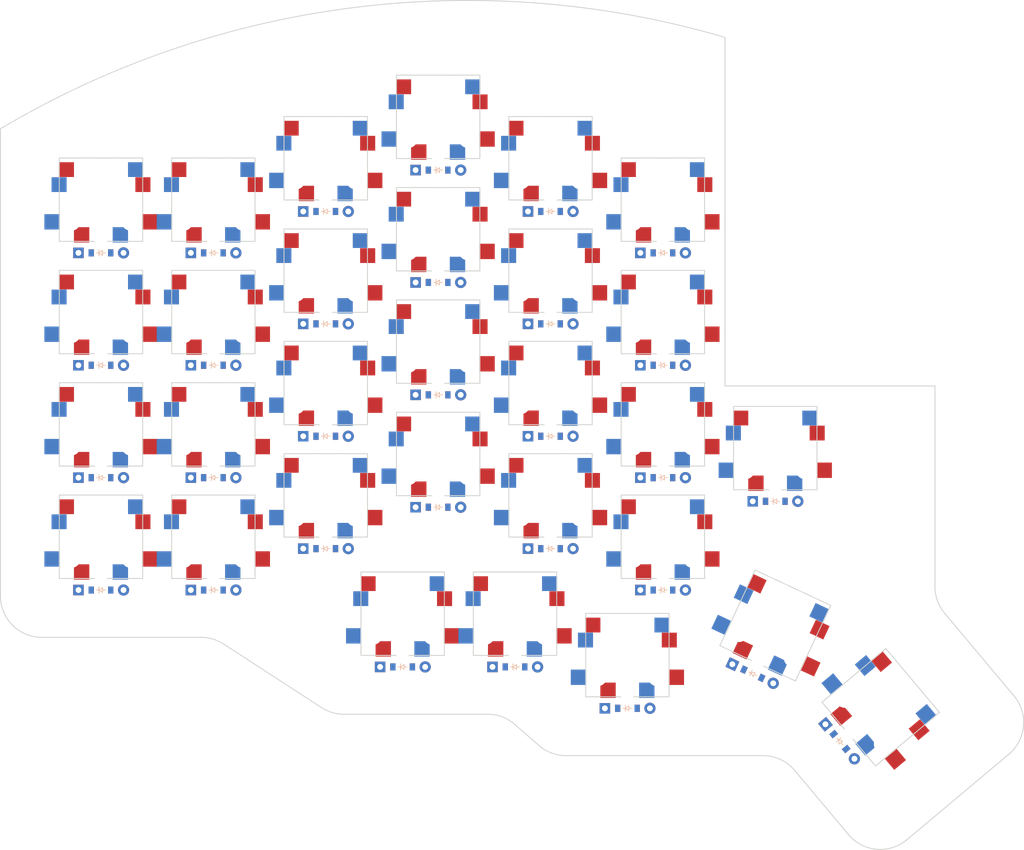
<source format=kicad_pcb>
(kicad_pcb (version 20171130) (host pcbnew 5.1.6)
  (title_block (title plateTRAY) (rev v1.0.0) (company Unknown))
  (layers (0 F.Cu signal) (31 B.Cu signal) (34 B.Paste user) (35 F.Paste user) (36 B.SilkS user) (37 F.SilkS user) (38 B.Mask user) (39 F.Mask user) (44 Edge.Cuts user))
  (net 0 "")
  (net 1 "P21")
  (net 2 "P7")
  (net 3 "P6")
  (net 4 "P5")
  (net 5 "P4")
  (net 6 "P20")
  (net 7 "P19")
  (net 8 "P18")
  (net 9 "P15")
  (net 10 "P14")
  (net 11 "P8")
  (module PG1350 (layer F.Cu) (at 0 0 180)
    (fp_text reference "S1" hide)
    (fp_text value "" hide)
    (pad "" np_thru_hole circle (at 0 0) (size 3.429 3.429) (drill 3.429) (layers *.Cu *.Mask))
    (pad "" np_thru_hole circle (at 5.5 0) (size 1.7018 1.7018) (drill 1.7018) (layers *.Cu *.Mask))
    (pad "" np_thru_hole circle (at -5.5 0) (size 1.7018 1.7018) (drill 1.7018) (layers *.Cu *.Mask))
    (pad "" np_thru_hole circle (at 5 -3.75) (size 3 3) (drill 3) (layers *.Cu *.Mask))
    (pad "" np_thru_hole circle (at 0 -5.95) (size 3 3) (drill 3) (layers *.Cu *.Mask))
    (pad 1 smd rect (at -3.275 -5.95 180) (size 2.6 2.6) (layers B.Cu B.Paste B.Mask) (net 1 "P21"))
    (pad 2 smd rect (at 8.275 -3.75 180) (size 2.6 2.6) (layers B.Cu B.Paste B.Mask) (net 2 "P7"))
    (pad "" np_thru_hole circle (at -5 -3.75) (size 3 3) (drill 3) (layers *.Cu *.Mask))
    (pad "" np_thru_hole circle (at 0 -5.95) (size 3 3) (drill 3) (layers *.Cu *.Mask))
    (pad 1 smd rect (at 3.275 -5.95 180) (size 2.6 2.6) (layers F.Cu F.Paste F.Mask) (net 1 "P21"))
    (pad 2 smd rect (at -8.275 -3.75 180) (size 2.6 2.6) (layers F.Cu F.Paste F.Mask) (net 2 "P7"))
  )
  (module MX (layer F.Cu) (at 0 0 0)
    (fp_text reference "S2" hide)
    (fp_text value "" hide)
    (pad "" np_thru_hole circle (at 0 0) (size 3.9878 3.9878) (drill 3.9878) (layers *.Cu *.Mask))
    (pad "" np_thru_hole circle (at 5.08 0) (size 1.7018 1.7018) (drill 1.7018) (layers *.Cu *.Mask))
    (pad "" np_thru_hole circle (at -5.08 0) (size 1.7018 1.7018) (drill 1.7018) (layers *.Cu *.Mask))
    (pad "" np_thru_hole circle (at 2.54 -5.08) (size 3 3) (drill 3) (layers *.Cu *.Mask))
    (pad "" np_thru_hole circle (at -3.81 -2.54) (size 3 3) (drill 3) (layers *.Cu *.Mask))
    (pad 1 smd rect (at -7.085 -2.54 180) (size 2.55 2.5) (layers B.Cu B.Paste B.Mask) (net 2 "P7"))
    (pad 2 smd rect (at 5.842 -5.08 180) (size 2.55 2.5) (layers B.Cu B.Paste B.Mask) (net 1 "P21"))
    (pad "" np_thru_hole circle (at -2.54 -5.08) (size 3 3) (drill 3) (layers *.Cu *.Mask))
    (pad "" np_thru_hole circle (at 3.81 -2.54) (size 3 3) (drill 3) (layers *.Cu *.Mask))
    (pad 1 smd rect (at 7.085 -2.54 180) (size 2.55 2.5) (layers F.Cu F.Paste F.Mask) (net 2 "P7"))
    (pad 2 smd rect (at -5.842 -5.08 180) (size 2.55 2.5) (layers F.Cu F.Paste F.Mask) (net 1 "P21"))
  )
  (module ComboDiode (layer F.Cu) (at 0 9 0)
    (fp_text reference "D1" hide)
    (fp_text value "" hide)
    (pad 1 smd rect (at -1.65 0 0) (size 0.9 1.2) (layers F.Cu F.Paste F.Mask) (net 2 "P7"))
    (pad 2 smd rect (at 1.65 0 0) (size 0.9 1.2) (layers B.Cu B.Paste B.Mask) (net 1 "P21"))
    (pad 1 smd rect (at -1.65 0 0) (size 0.9 1.2) (layers B.Cu B.Paste B.Mask) (net 2 "P7"))
    (pad 2 smd rect (at 1.65 0 0) (size 0.9 1.2) (layers F.Cu F.Paste F.Mask) (net 1 "P21"))
    (pad 1 thru_hole circle (at 3.81 0 0) (size 1.905 1.905) (drill 0.9906) (layers *.Cu *.Mask) (net 1 "P21"))
    (pad 2 thru_hole rect (at -3.81 0 0) (size 1.778 1.778) (drill 0.9906) (layers *.Cu *.Mask) (net 2 "P7"))
  )
  (module PG1350 (layer F.Cu) (at 0 -19 180)
    (fp_text reference "S3" hide)
    (fp_text value "" hide)
    (pad "" np_thru_hole circle (at 0 0) (size 3.429 3.429) (drill 3.429) (layers *.Cu *.Mask))
    (pad "" np_thru_hole circle (at 5.5 0) (size 1.7018 1.7018) (drill 1.7018) (layers *.Cu *.Mask))
    (pad "" np_thru_hole circle (at -5.5 0) (size 1.7018 1.7018) (drill 1.7018) (layers *.Cu *.Mask))
    (pad "" np_thru_hole circle (at 5 -3.75) (size 3 3) (drill 3) (layers *.Cu *.Mask))
    (pad "" np_thru_hole circle (at 0 -5.95) (size 3 3) (drill 3) (layers *.Cu *.Mask))
    (pad 1 smd rect (at -3.275 -5.95 180) (size 2.6 2.6) (layers B.Cu B.Paste B.Mask) (net 1 "P21"))
    (pad 2 smd rect (at 8.275 -3.75 180) (size 2.6 2.6) (layers B.Cu B.Paste B.Mask) (net 3 "P6"))
    (pad "" np_thru_hole circle (at -5 -3.75) (size 3 3) (drill 3) (layers *.Cu *.Mask))
    (pad "" np_thru_hole circle (at 0 -5.95) (size 3 3) (drill 3) (layers *.Cu *.Mask))
    (pad 1 smd rect (at 3.275 -5.95 180) (size 2.6 2.6) (layers F.Cu F.Paste F.Mask) (net 1 "P21"))
    (pad 2 smd rect (at -8.275 -3.75 180) (size 2.6 2.6) (layers F.Cu F.Paste F.Mask) (net 3 "P6"))
  )
  (module MX (layer F.Cu) (at 0 -19 0)
    (fp_text reference "S4" hide)
    (fp_text value "" hide)
    (pad "" np_thru_hole circle (at 0 0) (size 3.9878 3.9878) (drill 3.9878) (layers *.Cu *.Mask))
    (pad "" np_thru_hole circle (at 5.08 0) (size 1.7018 1.7018) (drill 1.7018) (layers *.Cu *.Mask))
    (pad "" np_thru_hole circle (at -5.08 0) (size 1.7018 1.7018) (drill 1.7018) (layers *.Cu *.Mask))
    (pad "" np_thru_hole circle (at 2.54 -5.08) (size 3 3) (drill 3) (layers *.Cu *.Mask))
    (pad "" np_thru_hole circle (at -3.81 -2.54) (size 3 3) (drill 3) (layers *.Cu *.Mask))
    (pad 1 smd rect (at -7.085 -2.54 180) (size 2.55 2.5) (layers B.Cu B.Paste B.Mask) (net 3 "P6"))
    (pad 2 smd rect (at 5.842 -5.08 180) (size 2.55 2.5) (layers B.Cu B.Paste B.Mask) (net 1 "P21"))
    (pad "" np_thru_hole circle (at -2.54 -5.08) (size 3 3) (drill 3) (layers *.Cu *.Mask))
    (pad "" np_thru_hole circle (at 3.81 -2.54) (size 3 3) (drill 3) (layers *.Cu *.Mask))
    (pad 1 smd rect (at 7.085 -2.54 180) (size 2.55 2.5) (layers F.Cu F.Paste F.Mask) (net 3 "P6"))
    (pad 2 smd rect (at -5.842 -5.08 180) (size 2.55 2.5) (layers F.Cu F.Paste F.Mask) (net 1 "P21"))
  )
  (module ComboDiode (layer F.Cu) (at 0 -10 0)
    (fp_text reference "D2" hide)
    (fp_text value "" hide)
    (pad 1 smd rect (at -1.65 0 0) (size 0.9 1.2) (layers F.Cu F.Paste F.Mask) (net 3 "P6"))
    (pad 2 smd rect (at 1.65 0 0) (size 0.9 1.2) (layers B.Cu B.Paste B.Mask) (net 1 "P21"))
    (pad 1 smd rect (at -1.65 0 0) (size 0.9 1.2) (layers B.Cu B.Paste B.Mask) (net 3 "P6"))
    (pad 2 smd rect (at 1.65 0 0) (size 0.9 1.2) (layers F.Cu F.Paste F.Mask) (net 1 "P21"))
    (pad 1 thru_hole circle (at 3.81 0 0) (size 1.905 1.905) (drill 0.9906) (layers *.Cu *.Mask) (net 1 "P21"))
    (pad 2 thru_hole rect (at -3.81 0 0) (size 1.778 1.778) (drill 0.9906) (layers *.Cu *.Mask) (net 3 "P6"))
  )
  (module PG1350 (layer F.Cu) (at 0 -38 180)
    (fp_text reference "S5" hide)
    (fp_text value "" hide)
    (pad "" np_thru_hole circle (at 0 0) (size 3.429 3.429) (drill 3.429) (layers *.Cu *.Mask))
    (pad "" np_thru_hole circle (at 5.5 0) (size 1.7018 1.7018) (drill 1.7018) (layers *.Cu *.Mask))
    (pad "" np_thru_hole circle (at -5.5 0) (size 1.7018 1.7018) (drill 1.7018) (layers *.Cu *.Mask))
    (pad "" np_thru_hole circle (at 5 -3.75) (size 3 3) (drill 3) (layers *.Cu *.Mask))
    (pad "" np_thru_hole circle (at 0 -5.95) (size 3 3) (drill 3) (layers *.Cu *.Mask))
    (pad 1 smd rect (at -3.275 -5.95 180) (size 2.6 2.6) (layers B.Cu B.Paste B.Mask) (net 1 "P21"))
    (pad 2 smd rect (at 8.275 -3.75 180) (size 2.6 2.6) (layers B.Cu B.Paste B.Mask) (net 4 "P5"))
    (pad "" np_thru_hole circle (at -5 -3.75) (size 3 3) (drill 3) (layers *.Cu *.Mask))
    (pad "" np_thru_hole circle (at 0 -5.95) (size 3 3) (drill 3) (layers *.Cu *.Mask))
    (pad 1 smd rect (at 3.275 -5.95 180) (size 2.6 2.6) (layers F.Cu F.Paste F.Mask) (net 1 "P21"))
    (pad 2 smd rect (at -8.275 -3.75 180) (size 2.6 2.6) (layers F.Cu F.Paste F.Mask) (net 4 "P5"))
  )
  (module MX (layer F.Cu) (at 0 -38 0)
    (fp_text reference "S6" hide)
    (fp_text value "" hide)
    (pad "" np_thru_hole circle (at 0 0) (size 3.9878 3.9878) (drill 3.9878) (layers *.Cu *.Mask))
    (pad "" np_thru_hole circle (at 5.08 0) (size 1.7018 1.7018) (drill 1.7018) (layers *.Cu *.Mask))
    (pad "" np_thru_hole circle (at -5.08 0) (size 1.7018 1.7018) (drill 1.7018) (layers *.Cu *.Mask))
    (pad "" np_thru_hole circle (at 2.54 -5.08) (size 3 3) (drill 3) (layers *.Cu *.Mask))
    (pad "" np_thru_hole circle (at -3.81 -2.54) (size 3 3) (drill 3) (layers *.Cu *.Mask))
    (pad 1 smd rect (at -7.085 -2.54 180) (size 2.55 2.5) (layers B.Cu B.Paste B.Mask) (net 4 "P5"))
    (pad 2 smd rect (at 5.842 -5.08 180) (size 2.55 2.5) (layers B.Cu B.Paste B.Mask) (net 1 "P21"))
    (pad "" np_thru_hole circle (at -2.54 -5.08) (size 3 3) (drill 3) (layers *.Cu *.Mask))
    (pad "" np_thru_hole circle (at 3.81 -2.54) (size 3 3) (drill 3) (layers *.Cu *.Mask))
    (pad 1 smd rect (at 7.085 -2.54 180) (size 2.55 2.5) (layers F.Cu F.Paste F.Mask) (net 4 "P5"))
    (pad 2 smd rect (at -5.842 -5.08 180) (size 2.55 2.5) (layers F.Cu F.Paste F.Mask) (net 1 "P21"))
  )
  (module ComboDiode (layer F.Cu) (at 0 -29 0)
    (fp_text reference "D3" hide)
    (fp_text value "" hide)
    (pad 1 smd rect (at -1.65 0 0) (size 0.9 1.2) (layers F.Cu F.Paste F.Mask) (net 4 "P5"))
    (pad 2 smd rect (at 1.65 0 0) (size 0.9 1.2) (layers B.Cu B.Paste B.Mask) (net 1 "P21"))
    (pad 1 smd rect (at -1.65 0 0) (size 0.9 1.2) (layers B.Cu B.Paste B.Mask) (net 4 "P5"))
    (pad 2 smd rect (at 1.65 0 0) (size 0.9 1.2) (layers F.Cu F.Paste F.Mask) (net 1 "P21"))
    (pad 1 thru_hole circle (at 3.81 0 0) (size 1.905 1.905) (drill 0.9906) (layers *.Cu *.Mask) (net 1 "P21"))
    (pad 2 thru_hole rect (at -3.81 0 0) (size 1.778 1.778) (drill 0.9906) (layers *.Cu *.Mask) (net 4 "P5"))
  )
  (module PG1350 (layer F.Cu) (at 0 -57 180)
    (fp_text reference "S7" hide)
    (fp_text value "" hide)
    (pad "" np_thru_hole circle (at 0 0) (size 3.429 3.429) (drill 3.429) (layers *.Cu *.Mask))
    (pad "" np_thru_hole circle (at 5.5 0) (size 1.7018 1.7018) (drill 1.7018) (layers *.Cu *.Mask))
    (pad "" np_thru_hole circle (at -5.5 0) (size 1.7018 1.7018) (drill 1.7018) (layers *.Cu *.Mask))
    (pad "" np_thru_hole circle (at 5 -3.75) (size 3 3) (drill 3) (layers *.Cu *.Mask))
    (pad "" np_thru_hole circle (at 0 -5.95) (size 3 3) (drill 3) (layers *.Cu *.Mask))
    (pad 1 smd rect (at -3.275 -5.95 180) (size 2.6 2.6) (layers B.Cu B.Paste B.Mask) (net 1 "P21"))
    (pad 2 smd rect (at 8.275 -3.75 180) (size 2.6 2.6) (layers B.Cu B.Paste B.Mask) (net 5 "P4"))
    (pad "" np_thru_hole circle (at -5 -3.75) (size 3 3) (drill 3) (layers *.Cu *.Mask))
    (pad "" np_thru_hole circle (at 0 -5.95) (size 3 3) (drill 3) (layers *.Cu *.Mask))
    (pad 1 smd rect (at 3.275 -5.95 180) (size 2.6 2.6) (layers F.Cu F.Paste F.Mask) (net 1 "P21"))
    (pad 2 smd rect (at -8.275 -3.75 180) (size 2.6 2.6) (layers F.Cu F.Paste F.Mask) (net 5 "P4"))
  )
  (module MX (layer F.Cu) (at 0 -57 0)
    (fp_text reference "S8" hide)
    (fp_text value "" hide)
    (pad "" np_thru_hole circle (at 0 0) (size 3.9878 3.9878) (drill 3.9878) (layers *.Cu *.Mask))
    (pad "" np_thru_hole circle (at 5.08 0) (size 1.7018 1.7018) (drill 1.7018) (layers *.Cu *.Mask))
    (pad "" np_thru_hole circle (at -5.08 0) (size 1.7018 1.7018) (drill 1.7018) (layers *.Cu *.Mask))
    (pad "" np_thru_hole circle (at 2.54 -5.08) (size 3 3) (drill 3) (layers *.Cu *.Mask))
    (pad "" np_thru_hole circle (at -3.81 -2.54) (size 3 3) (drill 3) (layers *.Cu *.Mask))
    (pad 1 smd rect (at -7.085 -2.54 180) (size 2.55 2.5) (layers B.Cu B.Paste B.Mask) (net 5 "P4"))
    (pad 2 smd rect (at 5.842 -5.08 180) (size 2.55 2.5) (layers B.Cu B.Paste B.Mask) (net 1 "P21"))
    (pad "" np_thru_hole circle (at -2.54 -5.08) (size 3 3) (drill 3) (layers *.Cu *.Mask))
    (pad "" np_thru_hole circle (at 3.81 -2.54) (size 3 3) (drill 3) (layers *.Cu *.Mask))
    (pad 1 smd rect (at 7.085 -2.54 180) (size 2.55 2.5) (layers F.Cu F.Paste F.Mask) (net 5 "P4"))
    (pad 2 smd rect (at -5.842 -5.08 180) (size 2.55 2.5) (layers F.Cu F.Paste F.Mask) (net 1 "P21"))
  )
  (module ComboDiode (layer F.Cu) (at 0 -48 0)
    (fp_text reference "D4" hide)
    (fp_text value "" hide)
    (pad 1 smd rect (at -1.65 0 0) (size 0.9 1.2) (layers F.Cu F.Paste F.Mask) (net 5 "P4"))
    (pad 2 smd rect (at 1.65 0 0) (size 0.9 1.2) (layers B.Cu B.Paste B.Mask) (net 1 "P21"))
    (pad 1 smd rect (at -1.65 0 0) (size 0.9 1.2) (layers B.Cu B.Paste B.Mask) (net 5 "P4"))
    (pad 2 smd rect (at 1.65 0 0) (size 0.9 1.2) (layers F.Cu F.Paste F.Mask) (net 1 "P21"))
    (pad 1 thru_hole circle (at 3.81 0 0) (size 1.905 1.905) (drill 0.9906) (layers *.Cu *.Mask) (net 1 "P21"))
    (pad 2 thru_hole rect (at -3.81 0 0) (size 1.778 1.778) (drill 0.9906) (layers *.Cu *.Mask) (net 5 "P4"))
  )
  (module PG1350 (layer F.Cu) (at 19 0 180)
    (fp_text reference "S9" hide)
    (fp_text value "" hide)
    (pad "" np_thru_hole circle (at 0 0) (size 3.429 3.429) (drill 3.429) (layers *.Cu *.Mask))
    (pad "" np_thru_hole circle (at 5.5 0) (size 1.7018 1.7018) (drill 1.7018) (layers *.Cu *.Mask))
    (pad "" np_thru_hole circle (at -5.5 0) (size 1.7018 1.7018) (drill 1.7018) (layers *.Cu *.Mask))
    (pad "" np_thru_hole circle (at 5 -3.75) (size 3 3) (drill 3) (layers *.Cu *.Mask))
    (pad "" np_thru_hole circle (at 0 -5.95) (size 3 3) (drill 3) (layers *.Cu *.Mask))
    (pad 1 smd rect (at -3.275 -5.95 180) (size 2.6 2.6) (layers B.Cu B.Paste B.Mask) (net 6 "P20"))
    (pad 2 smd rect (at 8.275 -3.75 180) (size 2.6 2.6) (layers B.Cu B.Paste B.Mask) (net 2 "P7"))
    (pad "" np_thru_hole circle (at -5 -3.75) (size 3 3) (drill 3) (layers *.Cu *.Mask))
    (pad "" np_thru_hole circle (at 0 -5.95) (size 3 3) (drill 3) (layers *.Cu *.Mask))
    (pad 1 smd rect (at 3.275 -5.95 180) (size 2.6 2.6) (layers F.Cu F.Paste F.Mask) (net 6 "P20"))
    (pad 2 smd rect (at -8.275 -3.75 180) (size 2.6 2.6) (layers F.Cu F.Paste F.Mask) (net 2 "P7"))
  )
  (module MX (layer F.Cu) (at 19 0 0)
    (fp_text reference "S10" hide)
    (fp_text value "" hide)
    (pad "" np_thru_hole circle (at 0 0) (size 3.9878 3.9878) (drill 3.9878) (layers *.Cu *.Mask))
    (pad "" np_thru_hole circle (at 5.08 0) (size 1.7018 1.7018) (drill 1.7018) (layers *.Cu *.Mask))
    (pad "" np_thru_hole circle (at -5.08 0) (size 1.7018 1.7018) (drill 1.7018) (layers *.Cu *.Mask))
    (pad "" np_thru_hole circle (at 2.54 -5.08) (size 3 3) (drill 3) (layers *.Cu *.Mask))
    (pad "" np_thru_hole circle (at -3.81 -2.54) (size 3 3) (drill 3) (layers *.Cu *.Mask))
    (pad 1 smd rect (at -7.085 -2.54 180) (size 2.55 2.5) (layers B.Cu B.Paste B.Mask) (net 2 "P7"))
    (pad 2 smd rect (at 5.842 -5.08 180) (size 2.55 2.5) (layers B.Cu B.Paste B.Mask) (net 6 "P20"))
    (pad "" np_thru_hole circle (at -2.54 -5.08) (size 3 3) (drill 3) (layers *.Cu *.Mask))
    (pad "" np_thru_hole circle (at 3.81 -2.54) (size 3 3) (drill 3) (layers *.Cu *.Mask))
    (pad 1 smd rect (at 7.085 -2.54 180) (size 2.55 2.5) (layers F.Cu F.Paste F.Mask) (net 2 "P7"))
    (pad 2 smd rect (at -5.842 -5.08 180) (size 2.55 2.5) (layers F.Cu F.Paste F.Mask) (net 6 "P20"))
  )
  (module ComboDiode (layer F.Cu) (at 19 9 0)
    (fp_text reference "D5" hide)
    (fp_text value "" hide)
    (pad 1 smd rect (at -1.65 0 0) (size 0.9 1.2) (layers F.Cu F.Paste F.Mask) (net 2 "P7"))
    (pad 2 smd rect (at 1.65 0 0) (size 0.9 1.2) (layers B.Cu B.Paste B.Mask) (net 6 "P20"))
    (pad 1 smd rect (at -1.65 0 0) (size 0.9 1.2) (layers B.Cu B.Paste B.Mask) (net 2 "P7"))
    (pad 2 smd rect (at 1.65 0 0) (size 0.9 1.2) (layers F.Cu F.Paste F.Mask) (net 6 "P20"))
    (pad 1 thru_hole circle (at 3.81 0 0) (size 1.905 1.905) (drill 0.9906) (layers *.Cu *.Mask) (net 6 "P20"))
    (pad 2 thru_hole rect (at -3.81 0 0) (size 1.778 1.778) (drill 0.9906) (layers *.Cu *.Mask) (net 2 "P7"))
  )
  (module PG1350 (layer F.Cu) (at 19 -19 180)
    (fp_text reference "S11" hide)
    (fp_text value "" hide)
    (pad "" np_thru_hole circle (at 0 0) (size 3.429 3.429) (drill 3.429) (layers *.Cu *.Mask))
    (pad "" np_thru_hole circle (at 5.5 0) (size 1.7018 1.7018) (drill 1.7018) (layers *.Cu *.Mask))
    (pad "" np_thru_hole circle (at -5.5 0) (size 1.7018 1.7018) (drill 1.7018) (layers *.Cu *.Mask))
    (pad "" np_thru_hole circle (at 5 -3.75) (size 3 3) (drill 3) (layers *.Cu *.Mask))
    (pad "" np_thru_hole circle (at 0 -5.95) (size 3 3) (drill 3) (layers *.Cu *.Mask))
    (pad 1 smd rect (at -3.275 -5.95 180) (size 2.6 2.6) (layers B.Cu B.Paste B.Mask) (net 6 "P20"))
    (pad 2 smd rect (at 8.275 -3.75 180) (size 2.6 2.6) (layers B.Cu B.Paste B.Mask) (net 3 "P6"))
    (pad "" np_thru_hole circle (at -5 -3.75) (size 3 3) (drill 3) (layers *.Cu *.Mask))
    (pad "" np_thru_hole circle (at 0 -5.95) (size 3 3) (drill 3) (layers *.Cu *.Mask))
    (pad 1 smd rect (at 3.275 -5.95 180) (size 2.6 2.6) (layers F.Cu F.Paste F.Mask) (net 6 "P20"))
    (pad 2 smd rect (at -8.275 -3.75 180) (size 2.6 2.6) (layers F.Cu F.Paste F.Mask) (net 3 "P6"))
  )
  (module MX (layer F.Cu) (at 19 -19 0)
    (fp_text reference "S12" hide)
    (fp_text value "" hide)
    (pad "" np_thru_hole circle (at 0 0) (size 3.9878 3.9878) (drill 3.9878) (layers *.Cu *.Mask))
    (pad "" np_thru_hole circle (at 5.08 0) (size 1.7018 1.7018) (drill 1.7018) (layers *.Cu *.Mask))
    (pad "" np_thru_hole circle (at -5.08 0) (size 1.7018 1.7018) (drill 1.7018) (layers *.Cu *.Mask))
    (pad "" np_thru_hole circle (at 2.54 -5.08) (size 3 3) (drill 3) (layers *.Cu *.Mask))
    (pad "" np_thru_hole circle (at -3.81 -2.54) (size 3 3) (drill 3) (layers *.Cu *.Mask))
    (pad 1 smd rect (at -7.085 -2.54 180) (size 2.55 2.5) (layers B.Cu B.Paste B.Mask) (net 3 "P6"))
    (pad 2 smd rect (at 5.842 -5.08 180) (size 2.55 2.5) (layers B.Cu B.Paste B.Mask) (net 6 "P20"))
    (pad "" np_thru_hole circle (at -2.54 -5.08) (size 3 3) (drill 3) (layers *.Cu *.Mask))
    (pad "" np_thru_hole circle (at 3.81 -2.54) (size 3 3) (drill 3) (layers *.Cu *.Mask))
    (pad 1 smd rect (at 7.085 -2.54 180) (size 2.55 2.5) (layers F.Cu F.Paste F.Mask) (net 3 "P6"))
    (pad 2 smd rect (at -5.842 -5.08 180) (size 2.55 2.5) (layers F.Cu F.Paste F.Mask) (net 6 "P20"))
  )
  (module ComboDiode (layer F.Cu) (at 19 -10 0)
    (fp_text reference "D6" hide)
    (fp_text value "" hide)
    (pad 1 smd rect (at -1.65 0 0) (size 0.9 1.2) (layers F.Cu F.Paste F.Mask) (net 3 "P6"))
    (pad 2 smd rect (at 1.65 0 0) (size 0.9 1.2) (layers B.Cu B.Paste B.Mask) (net 6 "P20"))
    (pad 1 smd rect (at -1.65 0 0) (size 0.9 1.2) (layers B.Cu B.Paste B.Mask) (net 3 "P6"))
    (pad 2 smd rect (at 1.65 0 0) (size 0.9 1.2) (layers F.Cu F.Paste F.Mask) (net 6 "P20"))
    (pad 1 thru_hole circle (at 3.81 0 0) (size 1.905 1.905) (drill 0.9906) (layers *.Cu *.Mask) (net 6 "P20"))
    (pad 2 thru_hole rect (at -3.81 0 0) (size 1.778 1.778) (drill 0.9906) (layers *.Cu *.Mask) (net 3 "P6"))
  )
  (module PG1350 (layer F.Cu) (at 19 -38 180)
    (fp_text reference "S13" hide)
    (fp_text value "" hide)
    (pad "" np_thru_hole circle (at 0 0) (size 3.429 3.429) (drill 3.429) (layers *.Cu *.Mask))
    (pad "" np_thru_hole circle (at 5.5 0) (size 1.7018 1.7018) (drill 1.7018) (layers *.Cu *.Mask))
    (pad "" np_thru_hole circle (at -5.5 0) (size 1.7018 1.7018) (drill 1.7018) (layers *.Cu *.Mask))
    (pad "" np_thru_hole circle (at 5 -3.75) (size 3 3) (drill 3) (layers *.Cu *.Mask))
    (pad "" np_thru_hole circle (at 0 -5.95) (size 3 3) (drill 3) (layers *.Cu *.Mask))
    (pad 1 smd rect (at -3.275 -5.95 180) (size 2.6 2.6) (layers B.Cu B.Paste B.Mask) (net 6 "P20"))
    (pad 2 smd rect (at 8.275 -3.75 180) (size 2.6 2.6) (layers B.Cu B.Paste B.Mask) (net 4 "P5"))
    (pad "" np_thru_hole circle (at -5 -3.75) (size 3 3) (drill 3) (layers *.Cu *.Mask))
    (pad "" np_thru_hole circle (at 0 -5.95) (size 3 3) (drill 3) (layers *.Cu *.Mask))
    (pad 1 smd rect (at 3.275 -5.95 180) (size 2.6 2.6) (layers F.Cu F.Paste F.Mask) (net 6 "P20"))
    (pad 2 smd rect (at -8.275 -3.75 180) (size 2.6 2.6) (layers F.Cu F.Paste F.Mask) (net 4 "P5"))
  )
  (module MX (layer F.Cu) (at 19 -38 0)
    (fp_text reference "S14" hide)
    (fp_text value "" hide)
    (pad "" np_thru_hole circle (at 0 0) (size 3.9878 3.9878) (drill 3.9878) (layers *.Cu *.Mask))
    (pad "" np_thru_hole circle (at 5.08 0) (size 1.7018 1.7018) (drill 1.7018) (layers *.Cu *.Mask))
    (pad "" np_thru_hole circle (at -5.08 0) (size 1.7018 1.7018) (drill 1.7018) (layers *.Cu *.Mask))
    (pad "" np_thru_hole circle (at 2.54 -5.08) (size 3 3) (drill 3) (layers *.Cu *.Mask))
    (pad "" np_thru_hole circle (at -3.81 -2.54) (size 3 3) (drill 3) (layers *.Cu *.Mask))
    (pad 1 smd rect (at -7.085 -2.54 180) (size 2.55 2.5) (layers B.Cu B.Paste B.Mask) (net 4 "P5"))
    (pad 2 smd rect (at 5.842 -5.08 180) (size 2.55 2.5) (layers B.Cu B.Paste B.Mask) (net 6 "P20"))
    (pad "" np_thru_hole circle (at -2.54 -5.08) (size 3 3) (drill 3) (layers *.Cu *.Mask))
    (pad "" np_thru_hole circle (at 3.81 -2.54) (size 3 3) (drill 3) (layers *.Cu *.Mask))
    (pad 1 smd rect (at 7.085 -2.54 180) (size 2.55 2.5) (layers F.Cu F.Paste F.Mask) (net 4 "P5"))
    (pad 2 smd rect (at -5.842 -5.08 180) (size 2.55 2.5) (layers F.Cu F.Paste F.Mask) (net 6 "P20"))
  )
  (module ComboDiode (layer F.Cu) (at 19 -29 0)
    (fp_text reference "D7" hide)
    (fp_text value "" hide)
    (pad 1 smd rect (at -1.65 0 0) (size 0.9 1.2) (layers F.Cu F.Paste F.Mask) (net 4 "P5"))
    (pad 2 smd rect (at 1.65 0 0) (size 0.9 1.2) (layers B.Cu B.Paste B.Mask) (net 6 "P20"))
    (pad 1 smd rect (at -1.65 0 0) (size 0.9 1.2) (layers B.Cu B.Paste B.Mask) (net 4 "P5"))
    (pad 2 smd rect (at 1.65 0 0) (size 0.9 1.2) (layers F.Cu F.Paste F.Mask) (net 6 "P20"))
    (pad 1 thru_hole circle (at 3.81 0 0) (size 1.905 1.905) (drill 0.9906) (layers *.Cu *.Mask) (net 6 "P20"))
    (pad 2 thru_hole rect (at -3.81 0 0) (size 1.778 1.778) (drill 0.9906) (layers *.Cu *.Mask) (net 4 "P5"))
  )
  (module PG1350 (layer F.Cu) (at 19 -57 180)
    (fp_text reference "S15" hide)
    (fp_text value "" hide)
    (pad "" np_thru_hole circle (at 0 0) (size 3.429 3.429) (drill 3.429) (layers *.Cu *.Mask))
    (pad "" np_thru_hole circle (at 5.5 0) (size 1.7018 1.7018) (drill 1.7018) (layers *.Cu *.Mask))
    (pad "" np_thru_hole circle (at -5.5 0) (size 1.7018 1.7018) (drill 1.7018) (layers *.Cu *.Mask))
    (pad "" np_thru_hole circle (at 5 -3.75) (size 3 3) (drill 3) (layers *.Cu *.Mask))
    (pad "" np_thru_hole circle (at 0 -5.95) (size 3 3) (drill 3) (layers *.Cu *.Mask))
    (pad 1 smd rect (at -3.275 -5.95 180) (size 2.6 2.6) (layers B.Cu B.Paste B.Mask) (net 6 "P20"))
    (pad 2 smd rect (at 8.275 -3.75 180) (size 2.6 2.6) (layers B.Cu B.Paste B.Mask) (net 5 "P4"))
    (pad "" np_thru_hole circle (at -5 -3.75) (size 3 3) (drill 3) (layers *.Cu *.Mask))
    (pad "" np_thru_hole circle (at 0 -5.95) (size 3 3) (drill 3) (layers *.Cu *.Mask))
    (pad 1 smd rect (at 3.275 -5.95 180) (size 2.6 2.6) (layers F.Cu F.Paste F.Mask) (net 6 "P20"))
    (pad 2 smd rect (at -8.275 -3.75 180) (size 2.6 2.6) (layers F.Cu F.Paste F.Mask) (net 5 "P4"))
  )
  (module MX (layer F.Cu) (at 19 -57 0)
    (fp_text reference "S16" hide)
    (fp_text value "" hide)
    (pad "" np_thru_hole circle (at 0 0) (size 3.9878 3.9878) (drill 3.9878) (layers *.Cu *.Mask))
    (pad "" np_thru_hole circle (at 5.08 0) (size 1.7018 1.7018) (drill 1.7018) (layers *.Cu *.Mask))
    (pad "" np_thru_hole circle (at -5.08 0) (size 1.7018 1.7018) (drill 1.7018) (layers *.Cu *.Mask))
    (pad "" np_thru_hole circle (at 2.54 -5.08) (size 3 3) (drill 3) (layers *.Cu *.Mask))
    (pad "" np_thru_hole circle (at -3.81 -2.54) (size 3 3) (drill 3) (layers *.Cu *.Mask))
    (pad 1 smd rect (at -7.085 -2.54 180) (size 2.55 2.5) (layers B.Cu B.Paste B.Mask) (net 5 "P4"))
    (pad 2 smd rect (at 5.842 -5.08 180) (size 2.55 2.5) (layers B.Cu B.Paste B.Mask) (net 6 "P20"))
    (pad "" np_thru_hole circle (at -2.54 -5.08) (size 3 3) (drill 3) (layers *.Cu *.Mask))
    (pad "" np_thru_hole circle (at 3.81 -2.54) (size 3 3) (drill 3) (layers *.Cu *.Mask))
    (pad 1 smd rect (at 7.085 -2.54 180) (size 2.55 2.5) (layers F.Cu F.Paste F.Mask) (net 5 "P4"))
    (pad 2 smd rect (at -5.842 -5.08 180) (size 2.55 2.5) (layers F.Cu F.Paste F.Mask) (net 6 "P20"))
  )
  (module ComboDiode (layer F.Cu) (at 19 -48 0)
    (fp_text reference "D8" hide)
    (fp_text value "" hide)
    (pad 1 smd rect (at -1.65 0 0) (size 0.9 1.2) (layers F.Cu F.Paste F.Mask) (net 5 "P4"))
    (pad 2 smd rect (at 1.65 0 0) (size 0.9 1.2) (layers B.Cu B.Paste B.Mask) (net 6 "P20"))
    (pad 1 smd rect (at -1.65 0 0) (size 0.9 1.2) (layers B.Cu B.Paste B.Mask) (net 5 "P4"))
    (pad 2 smd rect (at 1.65 0 0) (size 0.9 1.2) (layers F.Cu F.Paste F.Mask) (net 6 "P20"))
    (pad 1 thru_hole circle (at 3.81 0 0) (size 1.905 1.905) (drill 0.9906) (layers *.Cu *.Mask) (net 6 "P20"))
    (pad 2 thru_hole rect (at -3.81 0 0) (size 1.778 1.778) (drill 0.9906) (layers *.Cu *.Mask) (net 5 "P4"))
  )
  (module PG1350 (layer F.Cu) (at 38 -7 180)
    (fp_text reference "S17" hide)
    (fp_text value "" hide)
    (pad "" np_thru_hole circle (at 0 0) (size 3.429 3.429) (drill 3.429) (layers *.Cu *.Mask))
    (pad "" np_thru_hole circle (at 5.5 0) (size 1.7018 1.7018) (drill 1.7018) (layers *.Cu *.Mask))
    (pad "" np_thru_hole circle (at -5.5 0) (size 1.7018 1.7018) (drill 1.7018) (layers *.Cu *.Mask))
    (pad "" np_thru_hole circle (at 5 -3.75) (size 3 3) (drill 3) (layers *.Cu *.Mask))
    (pad "" np_thru_hole circle (at 0 -5.95) (size 3 3) (drill 3) (layers *.Cu *.Mask))
    (pad 1 smd rect (at -3.275 -5.95 180) (size 2.6 2.6) (layers B.Cu B.Paste B.Mask) (net 7 "P19"))
    (pad 2 smd rect (at 8.275 -3.75 180) (size 2.6 2.6) (layers B.Cu B.Paste B.Mask) (net 2 "P7"))
    (pad "" np_thru_hole circle (at -5 -3.75) (size 3 3) (drill 3) (layers *.Cu *.Mask))
    (pad "" np_thru_hole circle (at 0 -5.95) (size 3 3) (drill 3) (layers *.Cu *.Mask))
    (pad 1 smd rect (at 3.275 -5.95 180) (size 2.6 2.6) (layers F.Cu F.Paste F.Mask) (net 7 "P19"))
    (pad 2 smd rect (at -8.275 -3.75 180) (size 2.6 2.6) (layers F.Cu F.Paste F.Mask) (net 2 "P7"))
  )
  (module MX (layer F.Cu) (at 38 -7 0)
    (fp_text reference "S18" hide)
    (fp_text value "" hide)
    (pad "" np_thru_hole circle (at 0 0) (size 3.9878 3.9878) (drill 3.9878) (layers *.Cu *.Mask))
    (pad "" np_thru_hole circle (at 5.08 0) (size 1.7018 1.7018) (drill 1.7018) (layers *.Cu *.Mask))
    (pad "" np_thru_hole circle (at -5.08 0) (size 1.7018 1.7018) (drill 1.7018) (layers *.Cu *.Mask))
    (pad "" np_thru_hole circle (at 2.54 -5.08) (size 3 3) (drill 3) (layers *.Cu *.Mask))
    (pad "" np_thru_hole circle (at -3.81 -2.54) (size 3 3) (drill 3) (layers *.Cu *.Mask))
    (pad 1 smd rect (at -7.085 -2.54 180) (size 2.55 2.5) (layers B.Cu B.Paste B.Mask) (net 2 "P7"))
    (pad 2 smd rect (at 5.842 -5.08 180) (size 2.55 2.5) (layers B.Cu B.Paste B.Mask) (net 7 "P19"))
    (pad "" np_thru_hole circle (at -2.54 -5.08) (size 3 3) (drill 3) (layers *.Cu *.Mask))
    (pad "" np_thru_hole circle (at 3.81 -2.54) (size 3 3) (drill 3) (layers *.Cu *.Mask))
    (pad 1 smd rect (at 7.085 -2.54 180) (size 2.55 2.5) (layers F.Cu F.Paste F.Mask) (net 2 "P7"))
    (pad 2 smd rect (at -5.842 -5.08 180) (size 2.55 2.5) (layers F.Cu F.Paste F.Mask) (net 7 "P19"))
  )
  (module ComboDiode (layer F.Cu) (at 38 2 0)
    (fp_text reference "D9" hide)
    (fp_text value "" hide)
    (pad 1 smd rect (at -1.65 0 0) (size 0.9 1.2) (layers F.Cu F.Paste F.Mask) (net 2 "P7"))
    (pad 2 smd rect (at 1.65 0 0) (size 0.9 1.2) (layers B.Cu B.Paste B.Mask) (net 7 "P19"))
    (pad 1 smd rect (at -1.65 0 0) (size 0.9 1.2) (layers B.Cu B.Paste B.Mask) (net 2 "P7"))
    (pad 2 smd rect (at 1.65 0 0) (size 0.9 1.2) (layers F.Cu F.Paste F.Mask) (net 7 "P19"))
    (pad 1 thru_hole circle (at 3.81 0 0) (size 1.905 1.905) (drill 0.9906) (layers *.Cu *.Mask) (net 7 "P19"))
    (pad 2 thru_hole rect (at -3.81 0 0) (size 1.778 1.778) (drill 0.9906) (layers *.Cu *.Mask) (net 2 "P7"))
  )
  (module PG1350 (layer F.Cu) (at 38 -26 180)
    (fp_text reference "S19" hide)
    (fp_text value "" hide)
    (pad "" np_thru_hole circle (at 0 0) (size 3.429 3.429) (drill 3.429) (layers *.Cu *.Mask))
    (pad "" np_thru_hole circle (at 5.5 0) (size 1.7018 1.7018) (drill 1.7018) (layers *.Cu *.Mask))
    (pad "" np_thru_hole circle (at -5.5 0) (size 1.7018 1.7018) (drill 1.7018) (layers *.Cu *.Mask))
    (pad "" np_thru_hole circle (at 5 -3.75) (size 3 3) (drill 3) (layers *.Cu *.Mask))
    (pad "" np_thru_hole circle (at 0 -5.95) (size 3 3) (drill 3) (layers *.Cu *.Mask))
    (pad 1 smd rect (at -3.275 -5.95 180) (size 2.6 2.6) (layers B.Cu B.Paste B.Mask) (net 7 "P19"))
    (pad 2 smd rect (at 8.275 -3.75 180) (size 2.6 2.6) (layers B.Cu B.Paste B.Mask) (net 3 "P6"))
    (pad "" np_thru_hole circle (at -5 -3.75) (size 3 3) (drill 3) (layers *.Cu *.Mask))
    (pad "" np_thru_hole circle (at 0 -5.95) (size 3 3) (drill 3) (layers *.Cu *.Mask))
    (pad 1 smd rect (at 3.275 -5.95 180) (size 2.6 2.6) (layers F.Cu F.Paste F.Mask) (net 7 "P19"))
    (pad 2 smd rect (at -8.275 -3.75 180) (size 2.6 2.6) (layers F.Cu F.Paste F.Mask) (net 3 "P6"))
  )
  (module MX (layer F.Cu) (at 38 -26 0)
    (fp_text reference "S20" hide)
    (fp_text value "" hide)
    (pad "" np_thru_hole circle (at 0 0) (size 3.9878 3.9878) (drill 3.9878) (layers *.Cu *.Mask))
    (pad "" np_thru_hole circle (at 5.08 0) (size 1.7018 1.7018) (drill 1.7018) (layers *.Cu *.Mask))
    (pad "" np_thru_hole circle (at -5.08 0) (size 1.7018 1.7018) (drill 1.7018) (layers *.Cu *.Mask))
    (pad "" np_thru_hole circle (at 2.54 -5.08) (size 3 3) (drill 3) (layers *.Cu *.Mask))
    (pad "" np_thru_hole circle (at -3.81 -2.54) (size 3 3) (drill 3) (layers *.Cu *.Mask))
    (pad 1 smd rect (at -7.085 -2.54 180) (size 2.55 2.5) (layers B.Cu B.Paste B.Mask) (net 3 "P6"))
    (pad 2 smd rect (at 5.842 -5.08 180) (size 2.55 2.5) (layers B.Cu B.Paste B.Mask) (net 7 "P19"))
    (pad "" np_thru_hole circle (at -2.54 -5.08) (size 3 3) (drill 3) (layers *.Cu *.Mask))
    (pad "" np_thru_hole circle (at 3.81 -2.54) (size 3 3) (drill 3) (layers *.Cu *.Mask))
    (pad 1 smd rect (at 7.085 -2.54 180) (size 2.55 2.5) (layers F.Cu F.Paste F.Mask) (net 3 "P6"))
    (pad 2 smd rect (at -5.842 -5.08 180) (size 2.55 2.5) (layers F.Cu F.Paste F.Mask) (net 7 "P19"))
  )
  (module ComboDiode (layer F.Cu) (at 38 -17 0)
    (fp_text reference "D10" hide)
    (fp_text value "" hide)
    (pad 1 smd rect (at -1.65 0 0) (size 0.9 1.2) (layers F.Cu F.Paste F.Mask) (net 3 "P6"))
    (pad 2 smd rect (at 1.65 0 0) (size 0.9 1.2) (layers B.Cu B.Paste B.Mask) (net 7 "P19"))
    (pad 1 smd rect (at -1.65 0 0) (size 0.9 1.2) (layers B.Cu B.Paste B.Mask) (net 3 "P6"))
    (pad 2 smd rect (at 1.65 0 0) (size 0.9 1.2) (layers F.Cu F.Paste F.Mask) (net 7 "P19"))
    (pad 1 thru_hole circle (at 3.81 0 0) (size 1.905 1.905) (drill 0.9906) (layers *.Cu *.Mask) (net 7 "P19"))
    (pad 2 thru_hole rect (at -3.81 0 0) (size 1.778 1.778) (drill 0.9906) (layers *.Cu *.Mask) (net 3 "P6"))
  )
  (module PG1350 (layer F.Cu) (at 38 -45 180)
    (fp_text reference "S21" hide)
    (fp_text value "" hide)
    (pad "" np_thru_hole circle (at 0 0) (size 3.429 3.429) (drill 3.429) (layers *.Cu *.Mask))
    (pad "" np_thru_hole circle (at 5.5 0) (size 1.7018 1.7018) (drill 1.7018) (layers *.Cu *.Mask))
    (pad "" np_thru_hole circle (at -5.5 0) (size 1.7018 1.7018) (drill 1.7018) (layers *.Cu *.Mask))
    (pad "" np_thru_hole circle (at 5 -3.75) (size 3 3) (drill 3) (layers *.Cu *.Mask))
    (pad "" np_thru_hole circle (at 0 -5.95) (size 3 3) (drill 3) (layers *.Cu *.Mask))
    (pad 1 smd rect (at -3.275 -5.95 180) (size 2.6 2.6) (layers B.Cu B.Paste B.Mask) (net 7 "P19"))
    (pad 2 smd rect (at 8.275 -3.75 180) (size 2.6 2.6) (layers B.Cu B.Paste B.Mask) (net 4 "P5"))
    (pad "" np_thru_hole circle (at -5 -3.75) (size 3 3) (drill 3) (layers *.Cu *.Mask))
    (pad "" np_thru_hole circle (at 0 -5.95) (size 3 3) (drill 3) (layers *.Cu *.Mask))
    (pad 1 smd rect (at 3.275 -5.95 180) (size 2.6 2.6) (layers F.Cu F.Paste F.Mask) (net 7 "P19"))
    (pad 2 smd rect (at -8.275 -3.75 180) (size 2.6 2.6) (layers F.Cu F.Paste F.Mask) (net 4 "P5"))
  )
  (module MX (layer F.Cu) (at 38 -45 0)
    (fp_text reference "S22" hide)
    (fp_text value "" hide)
    (pad "" np_thru_hole circle (at 0 0) (size 3.9878 3.9878) (drill 3.9878) (layers *.Cu *.Mask))
    (pad "" np_thru_hole circle (at 5.08 0) (size 1.7018 1.7018) (drill 1.7018) (layers *.Cu *.Mask))
    (pad "" np_thru_hole circle (at -5.08 0) (size 1.7018 1.7018) (drill 1.7018) (layers *.Cu *.Mask))
    (pad "" np_thru_hole circle (at 2.54 -5.08) (size 3 3) (drill 3) (layers *.Cu *.Mask))
    (pad "" np_thru_hole circle (at -3.81 -2.54) (size 3 3) (drill 3) (layers *.Cu *.Mask))
    (pad 1 smd rect (at -7.085 -2.54 180) (size 2.55 2.5) (layers B.Cu B.Paste B.Mask) (net 4 "P5"))
    (pad 2 smd rect (at 5.842 -5.08 180) (size 2.55 2.5) (layers B.Cu B.Paste B.Mask) (net 7 "P19"))
    (pad "" np_thru_hole circle (at -2.54 -5.08) (size 3 3) (drill 3) (layers *.Cu *.Mask))
    (pad "" np_thru_hole circle (at 3.81 -2.54) (size 3 3) (drill 3) (layers *.Cu *.Mask))
    (pad 1 smd rect (at 7.085 -2.54 180) (size 2.55 2.5) (layers F.Cu F.Paste F.Mask) (net 4 "P5"))
    (pad 2 smd rect (at -5.842 -5.08 180) (size 2.55 2.5) (layers F.Cu F.Paste F.Mask) (net 7 "P19"))
  )
  (module ComboDiode (layer F.Cu) (at 38 -36 0)
    (fp_text reference "D11" hide)
    (fp_text value "" hide)
    (pad 1 smd rect (at -1.65 0 0) (size 0.9 1.2) (layers F.Cu F.Paste F.Mask) (net 4 "P5"))
    (pad 2 smd rect (at 1.65 0 0) (size 0.9 1.2) (layers B.Cu B.Paste B.Mask) (net 7 "P19"))
    (pad 1 smd rect (at -1.65 0 0) (size 0.9 1.2) (layers B.Cu B.Paste B.Mask) (net 4 "P5"))
    (pad 2 smd rect (at 1.65 0 0) (size 0.9 1.2) (layers F.Cu F.Paste F.Mask) (net 7 "P19"))
    (pad 1 thru_hole circle (at 3.81 0 0) (size 1.905 1.905) (drill 0.9906) (layers *.Cu *.Mask) (net 7 "P19"))
    (pad 2 thru_hole rect (at -3.81 0 0) (size 1.778 1.778) (drill 0.9906) (layers *.Cu *.Mask) (net 4 "P5"))
  )
  (module PG1350 (layer F.Cu) (at 38 -64 180)
    (fp_text reference "S23" hide)
    (fp_text value "" hide)
    (pad "" np_thru_hole circle (at 0 0) (size 3.429 3.429) (drill 3.429) (layers *.Cu *.Mask))
    (pad "" np_thru_hole circle (at 5.5 0) (size 1.7018 1.7018) (drill 1.7018) (layers *.Cu *.Mask))
    (pad "" np_thru_hole circle (at -5.5 0) (size 1.7018 1.7018) (drill 1.7018) (layers *.Cu *.Mask))
    (pad "" np_thru_hole circle (at 5 -3.75) (size 3 3) (drill 3) (layers *.Cu *.Mask))
    (pad "" np_thru_hole circle (at 0 -5.95) (size 3 3) (drill 3) (layers *.Cu *.Mask))
    (pad 1 smd rect (at -3.275 -5.95 180) (size 2.6 2.6) (layers B.Cu B.Paste B.Mask) (net 7 "P19"))
    (pad 2 smd rect (at 8.275 -3.75 180) (size 2.6 2.6) (layers B.Cu B.Paste B.Mask) (net 5 "P4"))
    (pad "" np_thru_hole circle (at -5 -3.75) (size 3 3) (drill 3) (layers *.Cu *.Mask))
    (pad "" np_thru_hole circle (at 0 -5.95) (size 3 3) (drill 3) (layers *.Cu *.Mask))
    (pad 1 smd rect (at 3.275 -5.95 180) (size 2.6 2.6) (layers F.Cu F.Paste F.Mask) (net 7 "P19"))
    (pad 2 smd rect (at -8.275 -3.75 180) (size 2.6 2.6) (layers F.Cu F.Paste F.Mask) (net 5 "P4"))
  )
  (module MX (layer F.Cu) (at 38 -64 0)
    (fp_text reference "S24" hide)
    (fp_text value "" hide)
    (pad "" np_thru_hole circle (at 0 0) (size 3.9878 3.9878) (drill 3.9878) (layers *.Cu *.Mask))
    (pad "" np_thru_hole circle (at 5.08 0) (size 1.7018 1.7018) (drill 1.7018) (layers *.Cu *.Mask))
    (pad "" np_thru_hole circle (at -5.08 0) (size 1.7018 1.7018) (drill 1.7018) (layers *.Cu *.Mask))
    (pad "" np_thru_hole circle (at 2.54 -5.08) (size 3 3) (drill 3) (layers *.Cu *.Mask))
    (pad "" np_thru_hole circle (at -3.81 -2.54) (size 3 3) (drill 3) (layers *.Cu *.Mask))
    (pad 1 smd rect (at -7.085 -2.54 180) (size 2.55 2.5) (layers B.Cu B.Paste B.Mask) (net 5 "P4"))
    (pad 2 smd rect (at 5.842 -5.08 180) (size 2.55 2.5) (layers B.Cu B.Paste B.Mask) (net 7 "P19"))
    (pad "" np_thru_hole circle (at -2.54 -5.08) (size 3 3) (drill 3) (layers *.Cu *.Mask))
    (pad "" np_thru_hole circle (at 3.81 -2.54) (size 3 3) (drill 3) (layers *.Cu *.Mask))
    (pad 1 smd rect (at 7.085 -2.54 180) (size 2.55 2.5) (layers F.Cu F.Paste F.Mask) (net 5 "P4"))
    (pad 2 smd rect (at -5.842 -5.08 180) (size 2.55 2.5) (layers F.Cu F.Paste F.Mask) (net 7 "P19"))
  )
  (module ComboDiode (layer F.Cu) (at 38 -55 0)
    (fp_text reference "D12" hide)
    (fp_text value "" hide)
    (pad 1 smd rect (at -1.65 0 0) (size 0.9 1.2) (layers F.Cu F.Paste F.Mask) (net 5 "P4"))
    (pad 2 smd rect (at 1.65 0 0) (size 0.9 1.2) (layers B.Cu B.Paste B.Mask) (net 7 "P19"))
    (pad 1 smd rect (at -1.65 0 0) (size 0.9 1.2) (layers B.Cu B.Paste B.Mask) (net 5 "P4"))
    (pad 2 smd rect (at 1.65 0 0) (size 0.9 1.2) (layers F.Cu F.Paste F.Mask) (net 7 "P19"))
    (pad 1 thru_hole circle (at 3.81 0 0) (size 1.905 1.905) (drill 0.9906) (layers *.Cu *.Mask) (net 7 "P19"))
    (pad 2 thru_hole rect (at -3.81 0 0) (size 1.778 1.778) (drill 0.9906) (layers *.Cu *.Mask) (net 5 "P4"))
  )
  (module PG1350 (layer F.Cu) (at 57 -14 180)
    (fp_text reference "S25" hide)
    (fp_text value "" hide)
    (pad "" np_thru_hole circle (at 0 0) (size 3.429 3.429) (drill 3.429) (layers *.Cu *.Mask))
    (pad "" np_thru_hole circle (at 5.5 0) (size 1.7018 1.7018) (drill 1.7018) (layers *.Cu *.Mask))
    (pad "" np_thru_hole circle (at -5.5 0) (size 1.7018 1.7018) (drill 1.7018) (layers *.Cu *.Mask))
    (pad "" np_thru_hole circle (at 5 -3.75) (size 3 3) (drill 3) (layers *.Cu *.Mask))
    (pad "" np_thru_hole circle (at 0 -5.95) (size 3 3) (drill 3) (layers *.Cu *.Mask))
    (pad 1 smd rect (at -3.275 -5.95 180) (size 2.6 2.6) (layers B.Cu B.Paste B.Mask) (net 8 "P18"))
    (pad 2 smd rect (at 8.275 -3.75 180) (size 2.6 2.6) (layers B.Cu B.Paste B.Mask) (net 2 "P7"))
    (pad "" np_thru_hole circle (at -5 -3.75) (size 3 3) (drill 3) (layers *.Cu *.Mask))
    (pad "" np_thru_hole circle (at 0 -5.95) (size 3 3) (drill 3) (layers *.Cu *.Mask))
    (pad 1 smd rect (at 3.275 -5.95 180) (size 2.6 2.6) (layers F.Cu F.Paste F.Mask) (net 8 "P18"))
    (pad 2 smd rect (at -8.275 -3.75 180) (size 2.6 2.6) (layers F.Cu F.Paste F.Mask) (net 2 "P7"))
  )
  (module MX (layer F.Cu) (at 57 -14 0)
    (fp_text reference "S26" hide)
    (fp_text value "" hide)
    (pad "" np_thru_hole circle (at 0 0) (size 3.9878 3.9878) (drill 3.9878) (layers *.Cu *.Mask))
    (pad "" np_thru_hole circle (at 5.08 0) (size 1.7018 1.7018) (drill 1.7018) (layers *.Cu *.Mask))
    (pad "" np_thru_hole circle (at -5.08 0) (size 1.7018 1.7018) (drill 1.7018) (layers *.Cu *.Mask))
    (pad "" np_thru_hole circle (at 2.54 -5.08) (size 3 3) (drill 3) (layers *.Cu *.Mask))
    (pad "" np_thru_hole circle (at -3.81 -2.54) (size 3 3) (drill 3) (layers *.Cu *.Mask))
    (pad 1 smd rect (at -7.085 -2.54 180) (size 2.55 2.5) (layers B.Cu B.Paste B.Mask) (net 2 "P7"))
    (pad 2 smd rect (at 5.842 -5.08 180) (size 2.55 2.5) (layers B.Cu B.Paste B.Mask) (net 8 "P18"))
    (pad "" np_thru_hole circle (at -2.54 -5.08) (size 3 3) (drill 3) (layers *.Cu *.Mask))
    (pad "" np_thru_hole circle (at 3.81 -2.54) (size 3 3) (drill 3) (layers *.Cu *.Mask))
    (pad 1 smd rect (at 7.085 -2.54 180) (size 2.55 2.5) (layers F.Cu F.Paste F.Mask) (net 2 "P7"))
    (pad 2 smd rect (at -5.842 -5.08 180) (size 2.55 2.5) (layers F.Cu F.Paste F.Mask) (net 8 "P18"))
  )
  (module ComboDiode (layer F.Cu) (at 57 -5 0)
    (fp_text reference "D13" hide)
    (fp_text value "" hide)
    (pad 1 smd rect (at -1.65 0 0) (size 0.9 1.2) (layers F.Cu F.Paste F.Mask) (net 2 "P7"))
    (pad 2 smd rect (at 1.65 0 0) (size 0.9 1.2) (layers B.Cu B.Paste B.Mask) (net 8 "P18"))
    (pad 1 smd rect (at -1.65 0 0) (size 0.9 1.2) (layers B.Cu B.Paste B.Mask) (net 2 "P7"))
    (pad 2 smd rect (at 1.65 0 0) (size 0.9 1.2) (layers F.Cu F.Paste F.Mask) (net 8 "P18"))
    (pad 1 thru_hole circle (at 3.81 0 0) (size 1.905 1.905) (drill 0.9906) (layers *.Cu *.Mask) (net 8 "P18"))
    (pad 2 thru_hole rect (at -3.81 0 0) (size 1.778 1.778) (drill 0.9906) (layers *.Cu *.Mask) (net 2 "P7"))
  )
  (module PG1350 (layer F.Cu) (at 57 -33 180)
    (fp_text reference "S27" hide)
    (fp_text value "" hide)
    (pad "" np_thru_hole circle (at 0 0) (size 3.429 3.429) (drill 3.429) (layers *.Cu *.Mask))
    (pad "" np_thru_hole circle (at 5.5 0) (size 1.7018 1.7018) (drill 1.7018) (layers *.Cu *.Mask))
    (pad "" np_thru_hole circle (at -5.5 0) (size 1.7018 1.7018) (drill 1.7018) (layers *.Cu *.Mask))
    (pad "" np_thru_hole circle (at 5 -3.75) (size 3 3) (drill 3) (layers *.Cu *.Mask))
    (pad "" np_thru_hole circle (at 0 -5.95) (size 3 3) (drill 3) (layers *.Cu *.Mask))
    (pad 1 smd rect (at -3.275 -5.95 180) (size 2.6 2.6) (layers B.Cu B.Paste B.Mask) (net 8 "P18"))
    (pad 2 smd rect (at 8.275 -3.75 180) (size 2.6 2.6) (layers B.Cu B.Paste B.Mask) (net 3 "P6"))
    (pad "" np_thru_hole circle (at -5 -3.75) (size 3 3) (drill 3) (layers *.Cu *.Mask))
    (pad "" np_thru_hole circle (at 0 -5.95) (size 3 3) (drill 3) (layers *.Cu *.Mask))
    (pad 1 smd rect (at 3.275 -5.95 180) (size 2.6 2.6) (layers F.Cu F.Paste F.Mask) (net 8 "P18"))
    (pad 2 smd rect (at -8.275 -3.75 180) (size 2.6 2.6) (layers F.Cu F.Paste F.Mask) (net 3 "P6"))
  )
  (module MX (layer F.Cu) (at 57 -33 0)
    (fp_text reference "S28" hide)
    (fp_text value "" hide)
    (pad "" np_thru_hole circle (at 0 0) (size 3.9878 3.9878) (drill 3.9878) (layers *.Cu *.Mask))
    (pad "" np_thru_hole circle (at 5.08 0) (size 1.7018 1.7018) (drill 1.7018) (layers *.Cu *.Mask))
    (pad "" np_thru_hole circle (at -5.08 0) (size 1.7018 1.7018) (drill 1.7018) (layers *.Cu *.Mask))
    (pad "" np_thru_hole circle (at 2.54 -5.08) (size 3 3) (drill 3) (layers *.Cu *.Mask))
    (pad "" np_thru_hole circle (at -3.81 -2.54) (size 3 3) (drill 3) (layers *.Cu *.Mask))
    (pad 1 smd rect (at -7.085 -2.54 180) (size 2.55 2.5) (layers B.Cu B.Paste B.Mask) (net 3 "P6"))
    (pad 2 smd rect (at 5.842 -5.08 180) (size 2.55 2.5) (layers B.Cu B.Paste B.Mask) (net 8 "P18"))
    (pad "" np_thru_hole circle (at -2.54 -5.08) (size 3 3) (drill 3) (layers *.Cu *.Mask))
    (pad "" np_thru_hole circle (at 3.81 -2.54) (size 3 3) (drill 3) (layers *.Cu *.Mask))
    (pad 1 smd rect (at 7.085 -2.54 180) (size 2.55 2.5) (layers F.Cu F.Paste F.Mask) (net 3 "P6"))
    (pad 2 smd rect (at -5.842 -5.08 180) (size 2.55 2.5) (layers F.Cu F.Paste F.Mask) (net 8 "P18"))
  )
  (module ComboDiode (layer F.Cu) (at 57 -24 0)
    (fp_text reference "D14" hide)
    (fp_text value "" hide)
    (pad 1 smd rect (at -1.65 0 0) (size 0.9 1.2) (layers F.Cu F.Paste F.Mask) (net 3 "P6"))
    (pad 2 smd rect (at 1.65 0 0) (size 0.9 1.2) (layers B.Cu B.Paste B.Mask) (net 8 "P18"))
    (pad 1 smd rect (at -1.65 0 0) (size 0.9 1.2) (layers B.Cu B.Paste B.Mask) (net 3 "P6"))
    (pad 2 smd rect (at 1.65 0 0) (size 0.9 1.2) (layers F.Cu F.Paste F.Mask) (net 8 "P18"))
    (pad 1 thru_hole circle (at 3.81 0 0) (size 1.905 1.905) (drill 0.9906) (layers *.Cu *.Mask) (net 8 "P18"))
    (pad 2 thru_hole rect (at -3.81 0 0) (size 1.778 1.778) (drill 0.9906) (layers *.Cu *.Mask) (net 3 "P6"))
  )
  (module PG1350 (layer F.Cu) (at 57 -52 180)
    (fp_text reference "S29" hide)
    (fp_text value "" hide)
    (pad "" np_thru_hole circle (at 0 0) (size 3.429 3.429) (drill 3.429) (layers *.Cu *.Mask))
    (pad "" np_thru_hole circle (at 5.5 0) (size 1.7018 1.7018) (drill 1.7018) (layers *.Cu *.Mask))
    (pad "" np_thru_hole circle (at -5.5 0) (size 1.7018 1.7018) (drill 1.7018) (layers *.Cu *.Mask))
    (pad "" np_thru_hole circle (at 5 -3.75) (size 3 3) (drill 3) (layers *.Cu *.Mask))
    (pad "" np_thru_hole circle (at 0 -5.95) (size 3 3) (drill 3) (layers *.Cu *.Mask))
    (pad 1 smd rect (at -3.275 -5.95 180) (size 2.6 2.6) (layers B.Cu B.Paste B.Mask) (net 8 "P18"))
    (pad 2 smd rect (at 8.275 -3.75 180) (size 2.6 2.6) (layers B.Cu B.Paste B.Mask) (net 4 "P5"))
    (pad "" np_thru_hole circle (at -5 -3.75) (size 3 3) (drill 3) (layers *.Cu *.Mask))
    (pad "" np_thru_hole circle (at 0 -5.95) (size 3 3) (drill 3) (layers *.Cu *.Mask))
    (pad 1 smd rect (at 3.275 -5.95 180) (size 2.6 2.6) (layers F.Cu F.Paste F.Mask) (net 8 "P18"))
    (pad 2 smd rect (at -8.275 -3.75 180) (size 2.6 2.6) (layers F.Cu F.Paste F.Mask) (net 4 "P5"))
  )
  (module MX (layer F.Cu) (at 57 -52 0)
    (fp_text reference "S30" hide)
    (fp_text value "" hide)
    (pad "" np_thru_hole circle (at 0 0) (size 3.9878 3.9878) (drill 3.9878) (layers *.Cu *.Mask))
    (pad "" np_thru_hole circle (at 5.08 0) (size 1.7018 1.7018) (drill 1.7018) (layers *.Cu *.Mask))
    (pad "" np_thru_hole circle (at -5.08 0) (size 1.7018 1.7018) (drill 1.7018) (layers *.Cu *.Mask))
    (pad "" np_thru_hole circle (at 2.54 -5.08) (size 3 3) (drill 3) (layers *.Cu *.Mask))
    (pad "" np_thru_hole circle (at -3.81 -2.54) (size 3 3) (drill 3) (layers *.Cu *.Mask))
    (pad 1 smd rect (at -7.085 -2.54 180) (size 2.55 2.5) (layers B.Cu B.Paste B.Mask) (net 4 "P5"))
    (pad 2 smd rect (at 5.842 -5.08 180) (size 2.55 2.5) (layers B.Cu B.Paste B.Mask) (net 8 "P18"))
    (pad "" np_thru_hole circle (at -2.54 -5.08) (size 3 3) (drill 3) (layers *.Cu *.Mask))
    (pad "" np_thru_hole circle (at 3.81 -2.54) (size 3 3) (drill 3) (layers *.Cu *.Mask))
    (pad 1 smd rect (at 7.085 -2.54 180) (size 2.55 2.5) (layers F.Cu F.Paste F.Mask) (net 4 "P5"))
    (pad 2 smd rect (at -5.842 -5.08 180) (size 2.55 2.5) (layers F.Cu F.Paste F.Mask) (net 8 "P18"))
  )
  (module ComboDiode (layer F.Cu) (at 57 -43 0)
    (fp_text reference "D15" hide)
    (fp_text value "" hide)
    (pad 1 smd rect (at -1.65 0 0) (size 0.9 1.2) (layers F.Cu F.Paste F.Mask) (net 4 "P5"))
    (pad 2 smd rect (at 1.65 0 0) (size 0.9 1.2) (layers B.Cu B.Paste B.Mask) (net 8 "P18"))
    (pad 1 smd rect (at -1.65 0 0) (size 0.9 1.2) (layers B.Cu B.Paste B.Mask) (net 4 "P5"))
    (pad 2 smd rect (at 1.65 0 0) (size 0.9 1.2) (layers F.Cu F.Paste F.Mask) (net 8 "P18"))
    (pad 1 thru_hole circle (at 3.81 0 0) (size 1.905 1.905) (drill 0.9906) (layers *.Cu *.Mask) (net 8 "P18"))
    (pad 2 thru_hole rect (at -3.81 0 0) (size 1.778 1.778) (drill 0.9906) (layers *.Cu *.Mask) (net 4 "P5"))
  )
  (module PG1350 (layer F.Cu) (at 57 -71 180)
    (fp_text reference "S31" hide)
    (fp_text value "" hide)
    (pad "" np_thru_hole circle (at 0 0) (size 3.429 3.429) (drill 3.429) (layers *.Cu *.Mask))
    (pad "" np_thru_hole circle (at 5.5 0) (size 1.7018 1.7018) (drill 1.7018) (layers *.Cu *.Mask))
    (pad "" np_thru_hole circle (at -5.5 0) (size 1.7018 1.7018) (drill 1.7018) (layers *.Cu *.Mask))
    (pad "" np_thru_hole circle (at 5 -3.75) (size 3 3) (drill 3) (layers *.Cu *.Mask))
    (pad "" np_thru_hole circle (at 0 -5.95) (size 3 3) (drill 3) (layers *.Cu *.Mask))
    (pad 1 smd rect (at -3.275 -5.95 180) (size 2.6 2.6) (layers B.Cu B.Paste B.Mask) (net 8 "P18"))
    (pad 2 smd rect (at 8.275 -3.75 180) (size 2.6 2.6) (layers B.Cu B.Paste B.Mask) (net 5 "P4"))
    (pad "" np_thru_hole circle (at -5 -3.75) (size 3 3) (drill 3) (layers *.Cu *.Mask))
    (pad "" np_thru_hole circle (at 0 -5.95) (size 3 3) (drill 3) (layers *.Cu *.Mask))
    (pad 1 smd rect (at 3.275 -5.95 180) (size 2.6 2.6) (layers F.Cu F.Paste F.Mask) (net 8 "P18"))
    (pad 2 smd rect (at -8.275 -3.75 180) (size 2.6 2.6) (layers F.Cu F.Paste F.Mask) (net 5 "P4"))
  )
  (module MX (layer F.Cu) (at 57 -71 0)
    (fp_text reference "S32" hide)
    (fp_text value "" hide)
    (pad "" np_thru_hole circle (at 0 0) (size 3.9878 3.9878) (drill 3.9878) (layers *.Cu *.Mask))
    (pad "" np_thru_hole circle (at 5.08 0) (size 1.7018 1.7018) (drill 1.7018) (layers *.Cu *.Mask))
    (pad "" np_thru_hole circle (at -5.08 0) (size 1.7018 1.7018) (drill 1.7018) (layers *.Cu *.Mask))
    (pad "" np_thru_hole circle (at 2.54 -5.08) (size 3 3) (drill 3) (layers *.Cu *.Mask))
    (pad "" np_thru_hole circle (at -3.81 -2.54) (size 3 3) (drill 3) (layers *.Cu *.Mask))
    (pad 1 smd rect (at -7.085 -2.54 180) (size 2.55 2.5) (layers B.Cu B.Paste B.Mask) (net 5 "P4"))
    (pad 2 smd rect (at 5.842 -5.08 180) (size 2.55 2.5) (layers B.Cu B.Paste B.Mask) (net 8 "P18"))
    (pad "" np_thru_hole circle (at -2.54 -5.08) (size 3 3) (drill 3) (layers *.Cu *.Mask))
    (pad "" np_thru_hole circle (at 3.81 -2.54) (size 3 3) (drill 3) (layers *.Cu *.Mask))
    (pad 1 smd rect (at 7.085 -2.54 180) (size 2.55 2.5) (layers F.Cu F.Paste F.Mask) (net 5 "P4"))
    (pad 2 smd rect (at -5.842 -5.08 180) (size 2.55 2.5) (layers F.Cu F.Paste F.Mask) (net 8 "P18"))
  )
  (module ComboDiode (layer F.Cu) (at 57 -62 0)
    (fp_text reference "D16" hide)
    (fp_text value "" hide)
    (pad 1 smd rect (at -1.65 0 0) (size 0.9 1.2) (layers F.Cu F.Paste F.Mask) (net 5 "P4"))
    (pad 2 smd rect (at 1.65 0 0) (size 0.9 1.2) (layers B.Cu B.Paste B.Mask) (net 8 "P18"))
    (pad 1 smd rect (at -1.65 0 0) (size 0.9 1.2) (layers B.Cu B.Paste B.Mask) (net 5 "P4"))
    (pad 2 smd rect (at 1.65 0 0) (size 0.9 1.2) (layers F.Cu F.Paste F.Mask) (net 8 "P18"))
    (pad 1 thru_hole circle (at 3.81 0 0) (size 1.905 1.905) (drill 0.9906) (layers *.Cu *.Mask) (net 8 "P18"))
    (pad 2 thru_hole rect (at -3.81 0 0) (size 1.778 1.778) (drill 0.9906) (layers *.Cu *.Mask) (net 5 "P4"))
  )
  (module PG1350 (layer F.Cu) (at 76 -7 180)
    (fp_text reference "S33" hide)
    (fp_text value "" hide)
    (pad "" np_thru_hole circle (at 0 0) (size 3.429 3.429) (drill 3.429) (layers *.Cu *.Mask))
    (pad "" np_thru_hole circle (at 5.5 0) (size 1.7018 1.7018) (drill 1.7018) (layers *.Cu *.Mask))
    (pad "" np_thru_hole circle (at -5.5 0) (size 1.7018 1.7018) (drill 1.7018) (layers *.Cu *.Mask))
    (pad "" np_thru_hole circle (at 5 -3.75) (size 3 3) (drill 3) (layers *.Cu *.Mask))
    (pad "" np_thru_hole circle (at 0 -5.95) (size 3 3) (drill 3) (layers *.Cu *.Mask))
    (pad 1 smd rect (at -3.275 -5.95 180) (size 2.6 2.6) (layers B.Cu B.Paste B.Mask) (net 9 "P15"))
    (pad 2 smd rect (at 8.275 -3.75 180) (size 2.6 2.6) (layers B.Cu B.Paste B.Mask) (net 2 "P7"))
    (pad "" np_thru_hole circle (at -5 -3.75) (size 3 3) (drill 3) (layers *.Cu *.Mask))
    (pad "" np_thru_hole circle (at 0 -5.95) (size 3 3) (drill 3) (layers *.Cu *.Mask))
    (pad 1 smd rect (at 3.275 -5.95 180) (size 2.6 2.6) (layers F.Cu F.Paste F.Mask) (net 9 "P15"))
    (pad 2 smd rect (at -8.275 -3.75 180) (size 2.6 2.6) (layers F.Cu F.Paste F.Mask) (net 2 "P7"))
  )
  (module MX (layer F.Cu) (at 76 -7 0)
    (fp_text reference "S34" hide)
    (fp_text value "" hide)
    (pad "" np_thru_hole circle (at 0 0) (size 3.9878 3.9878) (drill 3.9878) (layers *.Cu *.Mask))
    (pad "" np_thru_hole circle (at 5.08 0) (size 1.7018 1.7018) (drill 1.7018) (layers *.Cu *.Mask))
    (pad "" np_thru_hole circle (at -5.08 0) (size 1.7018 1.7018) (drill 1.7018) (layers *.Cu *.Mask))
    (pad "" np_thru_hole circle (at 2.54 -5.08) (size 3 3) (drill 3) (layers *.Cu *.Mask))
    (pad "" np_thru_hole circle (at -3.81 -2.54) (size 3 3) (drill 3) (layers *.Cu *.Mask))
    (pad 1 smd rect (at -7.085 -2.54 180) (size 2.55 2.5) (layers B.Cu B.Paste B.Mask) (net 2 "P7"))
    (pad 2 smd rect (at 5.842 -5.08 180) (size 2.55 2.5) (layers B.Cu B.Paste B.Mask) (net 9 "P15"))
    (pad "" np_thru_hole circle (at -2.54 -5.08) (size 3 3) (drill 3) (layers *.Cu *.Mask))
    (pad "" np_thru_hole circle (at 3.81 -2.54) (size 3 3) (drill 3) (layers *.Cu *.Mask))
    (pad 1 smd rect (at 7.085 -2.54 180) (size 2.55 2.5) (layers F.Cu F.Paste F.Mask) (net 2 "P7"))
    (pad 2 smd rect (at -5.842 -5.08 180) (size 2.55 2.5) (layers F.Cu F.Paste F.Mask) (net 9 "P15"))
  )
  (module ComboDiode (layer F.Cu) (at 76 2 0)
    (fp_text reference "D17" hide)
    (fp_text value "" hide)
    (pad 1 smd rect (at -1.65 0 0) (size 0.9 1.2) (layers F.Cu F.Paste F.Mask) (net 2 "P7"))
    (pad 2 smd rect (at 1.65 0 0) (size 0.9 1.2) (layers B.Cu B.Paste B.Mask) (net 9 "P15"))
    (pad 1 smd rect (at -1.65 0 0) (size 0.9 1.2) (layers B.Cu B.Paste B.Mask) (net 2 "P7"))
    (pad 2 smd rect (at 1.65 0 0) (size 0.9 1.2) (layers F.Cu F.Paste F.Mask) (net 9 "P15"))
    (pad 1 thru_hole circle (at 3.81 0 0) (size 1.905 1.905) (drill 0.9906) (layers *.Cu *.Mask) (net 9 "P15"))
    (pad 2 thru_hole rect (at -3.81 0 0) (size 1.778 1.778) (drill 0.9906) (layers *.Cu *.Mask) (net 2 "P7"))
  )
  (module PG1350 (layer F.Cu) (at 76 -26 180)
    (fp_text reference "S35" hide)
    (fp_text value "" hide)
    (pad "" np_thru_hole circle (at 0 0) (size 3.429 3.429) (drill 3.429) (layers *.Cu *.Mask))
    (pad "" np_thru_hole circle (at 5.5 0) (size 1.7018 1.7018) (drill 1.7018) (layers *.Cu *.Mask))
    (pad "" np_thru_hole circle (at -5.5 0) (size 1.7018 1.7018) (drill 1.7018) (layers *.Cu *.Mask))
    (pad "" np_thru_hole circle (at 5 -3.75) (size 3 3) (drill 3) (layers *.Cu *.Mask))
    (pad "" np_thru_hole circle (at 0 -5.95) (size 3 3) (drill 3) (layers *.Cu *.Mask))
    (pad 1 smd rect (at -3.275 -5.95 180) (size 2.6 2.6) (layers B.Cu B.Paste B.Mask) (net 9 "P15"))
    (pad 2 smd rect (at 8.275 -3.75 180) (size 2.6 2.6) (layers B.Cu B.Paste B.Mask) (net 3 "P6"))
    (pad "" np_thru_hole circle (at -5 -3.75) (size 3 3) (drill 3) (layers *.Cu *.Mask))
    (pad "" np_thru_hole circle (at 0 -5.95) (size 3 3) (drill 3) (layers *.Cu *.Mask))
    (pad 1 smd rect (at 3.275 -5.95 180) (size 2.6 2.6) (layers F.Cu F.Paste F.Mask) (net 9 "P15"))
    (pad 2 smd rect (at -8.275 -3.75 180) (size 2.6 2.6) (layers F.Cu F.Paste F.Mask) (net 3 "P6"))
  )
  (module MX (layer F.Cu) (at 76 -26 0)
    (fp_text reference "S36" hide)
    (fp_text value "" hide)
    (pad "" np_thru_hole circle (at 0 0) (size 3.9878 3.9878) (drill 3.9878) (layers *.Cu *.Mask))
    (pad "" np_thru_hole circle (at 5.08 0) (size 1.7018 1.7018) (drill 1.7018) (layers *.Cu *.Mask))
    (pad "" np_thru_hole circle (at -5.08 0) (size 1.7018 1.7018) (drill 1.7018) (layers *.Cu *.Mask))
    (pad "" np_thru_hole circle (at 2.54 -5.08) (size 3 3) (drill 3) (layers *.Cu *.Mask))
    (pad "" np_thru_hole circle (at -3.81 -2.54) (size 3 3) (drill 3) (layers *.Cu *.Mask))
    (pad 1 smd rect (at -7.085 -2.54 180) (size 2.55 2.5) (layers B.Cu B.Paste B.Mask) (net 3 "P6"))
    (pad 2 smd rect (at 5.842 -5.08 180) (size 2.55 2.5) (layers B.Cu B.Paste B.Mask) (net 9 "P15"))
    (pad "" np_thru_hole circle (at -2.54 -5.08) (size 3 3) (drill 3) (layers *.Cu *.Mask))
    (pad "" np_thru_hole circle (at 3.81 -2.54) (size 3 3) (drill 3) (layers *.Cu *.Mask))
    (pad 1 smd rect (at 7.085 -2.54 180) (size 2.55 2.5) (layers F.Cu F.Paste F.Mask) (net 3 "P6"))
    (pad 2 smd rect (at -5.842 -5.08 180) (size 2.55 2.5) (layers F.Cu F.Paste F.Mask) (net 9 "P15"))
  )
  (module ComboDiode (layer F.Cu) (at 76 -17 0)
    (fp_text reference "D18" hide)
    (fp_text value "" hide)
    (pad 1 smd rect (at -1.65 0 0) (size 0.9 1.2) (layers F.Cu F.Paste F.Mask) (net 3 "P6"))
    (pad 2 smd rect (at 1.65 0 0) (size 0.9 1.2) (layers B.Cu B.Paste B.Mask) (net 9 "P15"))
    (pad 1 smd rect (at -1.65 0 0) (size 0.9 1.2) (layers B.Cu B.Paste B.Mask) (net 3 "P6"))
    (pad 2 smd rect (at 1.65 0 0) (size 0.9 1.2) (layers F.Cu F.Paste F.Mask) (net 9 "P15"))
    (pad 1 thru_hole circle (at 3.81 0 0) (size 1.905 1.905) (drill 0.9906) (layers *.Cu *.Mask) (net 9 "P15"))
    (pad 2 thru_hole rect (at -3.81 0 0) (size 1.778 1.778) (drill 0.9906) (layers *.Cu *.Mask) (net 3 "P6"))
  )
  (module PG1350 (layer F.Cu) (at 76 -45 180)
    (fp_text reference "S37" hide)
    (fp_text value "" hide)
    (pad "" np_thru_hole circle (at 0 0) (size 3.429 3.429) (drill 3.429) (layers *.Cu *.Mask))
    (pad "" np_thru_hole circle (at 5.5 0) (size 1.7018 1.7018) (drill 1.7018) (layers *.Cu *.Mask))
    (pad "" np_thru_hole circle (at -5.5 0) (size 1.7018 1.7018) (drill 1.7018) (layers *.Cu *.Mask))
    (pad "" np_thru_hole circle (at 5 -3.75) (size 3 3) (drill 3) (layers *.Cu *.Mask))
    (pad "" np_thru_hole circle (at 0 -5.95) (size 3 3) (drill 3) (layers *.Cu *.Mask))
    (pad 1 smd rect (at -3.275 -5.95 180) (size 2.6 2.6) (layers B.Cu B.Paste B.Mask) (net 9 "P15"))
    (pad 2 smd rect (at 8.275 -3.75 180) (size 2.6 2.6) (layers B.Cu B.Paste B.Mask) (net 4 "P5"))
    (pad "" np_thru_hole circle (at -5 -3.75) (size 3 3) (drill 3) (layers *.Cu *.Mask))
    (pad "" np_thru_hole circle (at 0 -5.95) (size 3 3) (drill 3) (layers *.Cu *.Mask))
    (pad 1 smd rect (at 3.275 -5.95 180) (size 2.6 2.6) (layers F.Cu F.Paste F.Mask) (net 9 "P15"))
    (pad 2 smd rect (at -8.275 -3.75 180) (size 2.6 2.6) (layers F.Cu F.Paste F.Mask) (net 4 "P5"))
  )
  (module MX (layer F.Cu) (at 76 -45 0)
    (fp_text reference "S38" hide)
    (fp_text value "" hide)
    (pad "" np_thru_hole circle (at 0 0) (size 3.9878 3.9878) (drill 3.9878) (layers *.Cu *.Mask))
    (pad "" np_thru_hole circle (at 5.08 0) (size 1.7018 1.7018) (drill 1.7018) (layers *.Cu *.Mask))
    (pad "" np_thru_hole circle (at -5.08 0) (size 1.7018 1.7018) (drill 1.7018) (layers *.Cu *.Mask))
    (pad "" np_thru_hole circle (at 2.54 -5.08) (size 3 3) (drill 3) (layers *.Cu *.Mask))
    (pad "" np_thru_hole circle (at -3.81 -2.54) (size 3 3) (drill 3) (layers *.Cu *.Mask))
    (pad 1 smd rect (at -7.085 -2.54 180) (size 2.55 2.5) (layers B.Cu B.Paste B.Mask) (net 4 "P5"))
    (pad 2 smd rect (at 5.842 -5.08 180) (size 2.55 2.5) (layers B.Cu B.Paste B.Mask) (net 9 "P15"))
    (pad "" np_thru_hole circle (at -2.54 -5.08) (size 3 3) (drill 3) (layers *.Cu *.Mask))
    (pad "" np_thru_hole circle (at 3.81 -2.54) (size 3 3) (drill 3) (layers *.Cu *.Mask))
    (pad 1 smd rect (at 7.085 -2.54 180) (size 2.55 2.5) (layers F.Cu F.Paste F.Mask) (net 4 "P5"))
    (pad 2 smd rect (at -5.842 -5.08 180) (size 2.55 2.5) (layers F.Cu F.Paste F.Mask) (net 9 "P15"))
  )
  (module ComboDiode (layer F.Cu) (at 76 -36 0)
    (fp_text reference "D19" hide)
    (fp_text value "" hide)
    (pad 1 smd rect (at -1.65 0 0) (size 0.9 1.2) (layers F.Cu F.Paste F.Mask) (net 4 "P5"))
    (pad 2 smd rect (at 1.65 0 0) (size 0.9 1.2) (layers B.Cu B.Paste B.Mask) (net 9 "P15"))
    (pad 1 smd rect (at -1.65 0 0) (size 0.9 1.2) (layers B.Cu B.Paste B.Mask) (net 4 "P5"))
    (pad 2 smd rect (at 1.65 0 0) (size 0.9 1.2) (layers F.Cu F.Paste F.Mask) (net 9 "P15"))
    (pad 1 thru_hole circle (at 3.81 0 0) (size 1.905 1.905) (drill 0.9906) (layers *.Cu *.Mask) (net 9 "P15"))
    (pad 2 thru_hole rect (at -3.81 0 0) (size 1.778 1.778) (drill 0.9906) (layers *.Cu *.Mask) (net 4 "P5"))
  )
  (module PG1350 (layer F.Cu) (at 76 -64 180)
    (fp_text reference "S39" hide)
    (fp_text value "" hide)
    (pad "" np_thru_hole circle (at 0 0) (size 3.429 3.429) (drill 3.429) (layers *.Cu *.Mask))
    (pad "" np_thru_hole circle (at 5.5 0) (size 1.7018 1.7018) (drill 1.7018) (layers *.Cu *.Mask))
    (pad "" np_thru_hole circle (at -5.5 0) (size 1.7018 1.7018) (drill 1.7018) (layers *.Cu *.Mask))
    (pad "" np_thru_hole circle (at 5 -3.75) (size 3 3) (drill 3) (layers *.Cu *.Mask))
    (pad "" np_thru_hole circle (at 0 -5.95) (size 3 3) (drill 3) (layers *.Cu *.Mask))
    (pad 1 smd rect (at -3.275 -5.95 180) (size 2.6 2.6) (layers B.Cu B.Paste B.Mask) (net 9 "P15"))
    (pad 2 smd rect (at 8.275 -3.75 180) (size 2.6 2.6) (layers B.Cu B.Paste B.Mask) (net 5 "P4"))
    (pad "" np_thru_hole circle (at -5 -3.75) (size 3 3) (drill 3) (layers *.Cu *.Mask))
    (pad "" np_thru_hole circle (at 0 -5.95) (size 3 3) (drill 3) (layers *.Cu *.Mask))
    (pad 1 smd rect (at 3.275 -5.95 180) (size 2.6 2.6) (layers F.Cu F.Paste F.Mask) (net 9 "P15"))
    (pad 2 smd rect (at -8.275 -3.75 180) (size 2.6 2.6) (layers F.Cu F.Paste F.Mask) (net 5 "P4"))
  )
  (module MX (layer F.Cu) (at 76 -64 0)
    (fp_text reference "S40" hide)
    (fp_text value "" hide)
    (pad "" np_thru_hole circle (at 0 0) (size 3.9878 3.9878) (drill 3.9878) (layers *.Cu *.Mask))
    (pad "" np_thru_hole circle (at 5.08 0) (size 1.7018 1.7018) (drill 1.7018) (layers *.Cu *.Mask))
    (pad "" np_thru_hole circle (at -5.08 0) (size 1.7018 1.7018) (drill 1.7018) (layers *.Cu *.Mask))
    (pad "" np_thru_hole circle (at 2.54 -5.08) (size 3 3) (drill 3) (layers *.Cu *.Mask))
    (pad "" np_thru_hole circle (at -3.81 -2.54) (size 3 3) (drill 3) (layers *.Cu *.Mask))
    (pad 1 smd rect (at -7.085 -2.54 180) (size 2.55 2.5) (layers B.Cu B.Paste B.Mask) (net 5 "P4"))
    (pad 2 smd rect (at 5.842 -5.08 180) (size 2.55 2.5) (layers B.Cu B.Paste B.Mask) (net 9 "P15"))
    (pad "" np_thru_hole circle (at -2.54 -5.08) (size 3 3) (drill 3) (layers *.Cu *.Mask))
    (pad "" np_thru_hole circle (at 3.81 -2.54) (size 3 3) (drill 3) (layers *.Cu *.Mask))
    (pad 1 smd rect (at 7.085 -2.54 180) (size 2.55 2.5) (layers F.Cu F.Paste F.Mask) (net 5 "P4"))
    (pad 2 smd rect (at -5.842 -5.08 180) (size 2.55 2.5) (layers F.Cu F.Paste F.Mask) (net 9 "P15"))
  )
  (module ComboDiode (layer F.Cu) (at 76 -55 0)
    (fp_text reference "D20" hide)
    (fp_text value "" hide)
    (pad 1 smd rect (at -1.65 0 0) (size 0.9 1.2) (layers F.Cu F.Paste F.Mask) (net 5 "P4"))
    (pad 2 smd rect (at 1.65 0 0) (size 0.9 1.2) (layers B.Cu B.Paste B.Mask) (net 9 "P15"))
    (pad 1 smd rect (at -1.65 0 0) (size 0.9 1.2) (layers B.Cu B.Paste B.Mask) (net 5 "P4"))
    (pad 2 smd rect (at 1.65 0 0) (size 0.9 1.2) (layers F.Cu F.Paste F.Mask) (net 9 "P15"))
    (pad 1 thru_hole circle (at 3.81 0 0) (size 1.905 1.905) (drill 0.9906) (layers *.Cu *.Mask) (net 9 "P15"))
    (pad 2 thru_hole rect (at -3.81 0 0) (size 1.778 1.778) (drill 0.9906) (layers *.Cu *.Mask) (net 5 "P4"))
  )
  (module PG1350 (layer F.Cu) (at 95 0 180)
    (fp_text reference "S41" hide)
    (fp_text value "" hide)
    (pad "" np_thru_hole circle (at 0 0) (size 3.429 3.429) (drill 3.429) (layers *.Cu *.Mask))
    (pad "" np_thru_hole circle (at 5.5 0) (size 1.7018 1.7018) (drill 1.7018) (layers *.Cu *.Mask))
    (pad "" np_thru_hole circle (at -5.5 0) (size 1.7018 1.7018) (drill 1.7018) (layers *.Cu *.Mask))
    (pad "" np_thru_hole circle (at 5 -3.75) (size 3 3) (drill 3) (layers *.Cu *.Mask))
    (pad "" np_thru_hole circle (at 0 -5.95) (size 3 3) (drill 3) (layers *.Cu *.Mask))
    (pad 1 smd rect (at -3.275 -5.95 180) (size 2.6 2.6) (layers B.Cu B.Paste B.Mask) (net 10 "P14"))
    (pad 2 smd rect (at 8.275 -3.75 180) (size 2.6 2.6) (layers B.Cu B.Paste B.Mask) (net 2 "P7"))
    (pad "" np_thru_hole circle (at -5 -3.75) (size 3 3) (drill 3) (layers *.Cu *.Mask))
    (pad "" np_thru_hole circle (at 0 -5.95) (size 3 3) (drill 3) (layers *.Cu *.Mask))
    (pad 1 smd rect (at 3.275 -5.95 180) (size 2.6 2.6) (layers F.Cu F.Paste F.Mask) (net 10 "P14"))
    (pad 2 smd rect (at -8.275 -3.75 180) (size 2.6 2.6) (layers F.Cu F.Paste F.Mask) (net 2 "P7"))
  )
  (module MX (layer F.Cu) (at 95 0 0)
    (fp_text reference "S42" hide)
    (fp_text value "" hide)
    (pad "" np_thru_hole circle (at 0 0) (size 3.9878 3.9878) (drill 3.9878) (layers *.Cu *.Mask))
    (pad "" np_thru_hole circle (at 5.08 0) (size 1.7018 1.7018) (drill 1.7018) (layers *.Cu *.Mask))
    (pad "" np_thru_hole circle (at -5.08 0) (size 1.7018 1.7018) (drill 1.7018) (layers *.Cu *.Mask))
    (pad "" np_thru_hole circle (at 2.54 -5.08) (size 3 3) (drill 3) (layers *.Cu *.Mask))
    (pad "" np_thru_hole circle (at -3.81 -2.54) (size 3 3) (drill 3) (layers *.Cu *.Mask))
    (pad 1 smd rect (at -7.085 -2.54 180) (size 2.55 2.5) (layers B.Cu B.Paste B.Mask) (net 2 "P7"))
    (pad 2 smd rect (at 5.842 -5.08 180) (size 2.55 2.5) (layers B.Cu B.Paste B.Mask) (net 10 "P14"))
    (pad "" np_thru_hole circle (at -2.54 -5.08) (size 3 3) (drill 3) (layers *.Cu *.Mask))
    (pad "" np_thru_hole circle (at 3.81 -2.54) (size 3 3) (drill 3) (layers *.Cu *.Mask))
    (pad 1 smd rect (at 7.085 -2.54 180) (size 2.55 2.5) (layers F.Cu F.Paste F.Mask) (net 2 "P7"))
    (pad 2 smd rect (at -5.842 -5.08 180) (size 2.55 2.5) (layers F.Cu F.Paste F.Mask) (net 10 "P14"))
  )
  (module ComboDiode (layer F.Cu) (at 95 9 0)
    (fp_text reference "D21" hide)
    (fp_text value "" hide)
    (pad 1 smd rect (at -1.65 0 0) (size 0.9 1.2) (layers F.Cu F.Paste F.Mask) (net 2 "P7"))
    (pad 2 smd rect (at 1.65 0 0) (size 0.9 1.2) (layers B.Cu B.Paste B.Mask) (net 10 "P14"))
    (pad 1 smd rect (at -1.65 0 0) (size 0.9 1.2) (layers B.Cu B.Paste B.Mask) (net 2 "P7"))
    (pad 2 smd rect (at 1.65 0 0) (size 0.9 1.2) (layers F.Cu F.Paste F.Mask) (net 10 "P14"))
    (pad 1 thru_hole circle (at 3.81 0 0) (size 1.905 1.905) (drill 0.9906) (layers *.Cu *.Mask) (net 10 "P14"))
    (pad 2 thru_hole rect (at -3.81 0 0) (size 1.778 1.778) (drill 0.9906) (layers *.Cu *.Mask) (net 2 "P7"))
  )
  (module PG1350 (layer F.Cu) (at 95 -19 180)
    (fp_text reference "S43" hide)
    (fp_text value "" hide)
    (pad "" np_thru_hole circle (at 0 0) (size 3.429 3.429) (drill 3.429) (layers *.Cu *.Mask))
    (pad "" np_thru_hole circle (at 5.5 0) (size 1.7018 1.7018) (drill 1.7018) (layers *.Cu *.Mask))
    (pad "" np_thru_hole circle (at -5.5 0) (size 1.7018 1.7018) (drill 1.7018) (layers *.Cu *.Mask))
    (pad "" np_thru_hole circle (at 5 -3.75) (size 3 3) (drill 3) (layers *.Cu *.Mask))
    (pad "" np_thru_hole circle (at 0 -5.95) (size 3 3) (drill 3) (layers *.Cu *.Mask))
    (pad 1 smd rect (at -3.275 -5.95 180) (size 2.6 2.6) (layers B.Cu B.Paste B.Mask) (net 10 "P14"))
    (pad 2 smd rect (at 8.275 -3.75 180) (size 2.6 2.6) (layers B.Cu B.Paste B.Mask) (net 3 "P6"))
    (pad "" np_thru_hole circle (at -5 -3.75) (size 3 3) (drill 3) (layers *.Cu *.Mask))
    (pad "" np_thru_hole circle (at 0 -5.95) (size 3 3) (drill 3) (layers *.Cu *.Mask))
    (pad 1 smd rect (at 3.275 -5.95 180) (size 2.6 2.6) (layers F.Cu F.Paste F.Mask) (net 10 "P14"))
    (pad 2 smd rect (at -8.275 -3.75 180) (size 2.6 2.6) (layers F.Cu F.Paste F.Mask) (net 3 "P6"))
  )
  (module MX (layer F.Cu) (at 95 -19 0)
    (fp_text reference "S44" hide)
    (fp_text value "" hide)
    (pad "" np_thru_hole circle (at 0 0) (size 3.9878 3.9878) (drill 3.9878) (layers *.Cu *.Mask))
    (pad "" np_thru_hole circle (at 5.08 0) (size 1.7018 1.7018) (drill 1.7018) (layers *.Cu *.Mask))
    (pad "" np_thru_hole circle (at -5.08 0) (size 1.7018 1.7018) (drill 1.7018) (layers *.Cu *.Mask))
    (pad "" np_thru_hole circle (at 2.54 -5.08) (size 3 3) (drill 3) (layers *.Cu *.Mask))
    (pad "" np_thru_hole circle (at -3.81 -2.54) (size 3 3) (drill 3) (layers *.Cu *.Mask))
    (pad 1 smd rect (at -7.085 -2.54 180) (size 2.55 2.5) (layers B.Cu B.Paste B.Mask) (net 3 "P6"))
    (pad 2 smd rect (at 5.842 -5.08 180) (size 2.55 2.5) (layers B.Cu B.Paste B.Mask) (net 10 "P14"))
    (pad "" np_thru_hole circle (at -2.54 -5.08) (size 3 3) (drill 3) (layers *.Cu *.Mask))
    (pad "" np_thru_hole circle (at 3.81 -2.54) (size 3 3) (drill 3) (layers *.Cu *.Mask))
    (pad 1 smd rect (at 7.085 -2.54 180) (size 2.55 2.5) (layers F.Cu F.Paste F.Mask) (net 3 "P6"))
    (pad 2 smd rect (at -5.842 -5.08 180) (size 2.55 2.5) (layers F.Cu F.Paste F.Mask) (net 10 "P14"))
  )
  (module ComboDiode (layer F.Cu) (at 95 -10 0)
    (fp_text reference "D22" hide)
    (fp_text value "" hide)
    (pad 1 smd rect (at -1.65 0 0) (size 0.9 1.2) (layers F.Cu F.Paste F.Mask) (net 3 "P6"))
    (pad 2 smd rect (at 1.65 0 0) (size 0.9 1.2) (layers B.Cu B.Paste B.Mask) (net 10 "P14"))
    (pad 1 smd rect (at -1.65 0 0) (size 0.9 1.2) (layers B.Cu B.Paste B.Mask) (net 3 "P6"))
    (pad 2 smd rect (at 1.65 0 0) (size 0.9 1.2) (layers F.Cu F.Paste F.Mask) (net 10 "P14"))
    (pad 1 thru_hole circle (at 3.81 0 0) (size 1.905 1.905) (drill 0.9906) (layers *.Cu *.Mask) (net 10 "P14"))
    (pad 2 thru_hole rect (at -3.81 0 0) (size 1.778 1.778) (drill 0.9906) (layers *.Cu *.Mask) (net 3 "P6"))
  )
  (module PG1350 (layer F.Cu) (at 95 -38 180)
    (fp_text reference "S45" hide)
    (fp_text value "" hide)
    (pad "" np_thru_hole circle (at 0 0) (size 3.429 3.429) (drill 3.429) (layers *.Cu *.Mask))
    (pad "" np_thru_hole circle (at 5.5 0) (size 1.7018 1.7018) (drill 1.7018) (layers *.Cu *.Mask))
    (pad "" np_thru_hole circle (at -5.5 0) (size 1.7018 1.7018) (drill 1.7018) (layers *.Cu *.Mask))
    (pad "" np_thru_hole circle (at 5 -3.75) (size 3 3) (drill 3) (layers *.Cu *.Mask))
    (pad "" np_thru_hole circle (at 0 -5.95) (size 3 3) (drill 3) (layers *.Cu *.Mask))
    (pad 1 smd rect (at -3.275 -5.95 180) (size 2.6 2.6) (layers B.Cu B.Paste B.Mask) (net 10 "P14"))
    (pad 2 smd rect (at 8.275 -3.75 180) (size 2.6 2.6) (layers B.Cu B.Paste B.Mask) (net 4 "P5"))
    (pad "" np_thru_hole circle (at -5 -3.75) (size 3 3) (drill 3) (layers *.Cu *.Mask))
    (pad "" np_thru_hole circle (at 0 -5.95) (size 3 3) (drill 3) (layers *.Cu *.Mask))
    (pad 1 smd rect (at 3.275 -5.95 180) (size 2.6 2.6) (layers F.Cu F.Paste F.Mask) (net 10 "P14"))
    (pad 2 smd rect (at -8.275 -3.75 180) (size 2.6 2.6) (layers F.Cu F.Paste F.Mask) (net 4 "P5"))
  )
  (module MX (layer F.Cu) (at 95 -38 0)
    (fp_text reference "S46" hide)
    (fp_text value "" hide)
    (pad "" np_thru_hole circle (at 0 0) (size 3.9878 3.9878) (drill 3.9878) (layers *.Cu *.Mask))
    (pad "" np_thru_hole circle (at 5.08 0) (size 1.7018 1.7018) (drill 1.7018) (layers *.Cu *.Mask))
    (pad "" np_thru_hole circle (at -5.08 0) (size 1.7018 1.7018) (drill 1.7018) (layers *.Cu *.Mask))
    (pad "" np_thru_hole circle (at 2.54 -5.08) (size 3 3) (drill 3) (layers *.Cu *.Mask))
    (pad "" np_thru_hole circle (at -3.81 -2.54) (size 3 3) (drill 3) (layers *.Cu *.Mask))
    (pad 1 smd rect (at -7.085 -2.54 180) (size 2.55 2.5) (layers B.Cu B.Paste B.Mask) (net 4 "P5"))
    (pad 2 smd rect (at 5.842 -5.08 180) (size 2.55 2.5) (layers B.Cu B.Paste B.Mask) (net 10 "P14"))
    (pad "" np_thru_hole circle (at -2.54 -5.08) (size 3 3) (drill 3) (layers *.Cu *.Mask))
    (pad "" np_thru_hole circle (at 3.81 -2.54) (size 3 3) (drill 3) (layers *.Cu *.Mask))
    (pad 1 smd rect (at 7.085 -2.54 180) (size 2.55 2.5) (layers F.Cu F.Paste F.Mask) (net 4 "P5"))
    (pad 2 smd rect (at -5.842 -5.08 180) (size 2.55 2.5) (layers F.Cu F.Paste F.Mask) (net 10 "P14"))
  )
  (module ComboDiode (layer F.Cu) (at 95 -29 0)
    (fp_text reference "D23" hide)
    (fp_text value "" hide)
    (pad 1 smd rect (at -1.65 0 0) (size 0.9 1.2) (layers F.Cu F.Paste F.Mask) (net 4 "P5"))
    (pad 2 smd rect (at 1.65 0 0) (size 0.9 1.2) (layers B.Cu B.Paste B.Mask) (net 10 "P14"))
    (pad 1 smd rect (at -1.65 0 0) (size 0.9 1.2) (layers B.Cu B.Paste B.Mask) (net 4 "P5"))
    (pad 2 smd rect (at 1.65 0 0) (size 0.9 1.2) (layers F.Cu F.Paste F.Mask) (net 10 "P14"))
    (pad 1 thru_hole circle (at 3.81 0 0) (size 1.905 1.905) (drill 0.9906) (layers *.Cu *.Mask) (net 10 "P14"))
    (pad 2 thru_hole rect (at -3.81 0 0) (size 1.778 1.778) (drill 0.9906) (layers *.Cu *.Mask) (net 4 "P5"))
  )
  (module PG1350 (layer F.Cu) (at 95 -57 180)
    (fp_text reference "S47" hide)
    (fp_text value "" hide)
    (pad "" np_thru_hole circle (at 0 0) (size 3.429 3.429) (drill 3.429) (layers *.Cu *.Mask))
    (pad "" np_thru_hole circle (at 5.5 0) (size 1.7018 1.7018) (drill 1.7018) (layers *.Cu *.Mask))
    (pad "" np_thru_hole circle (at -5.5 0) (size 1.7018 1.7018) (drill 1.7018) (layers *.Cu *.Mask))
    (pad "" np_thru_hole circle (at 5 -3.75) (size 3 3) (drill 3) (layers *.Cu *.Mask))
    (pad "" np_thru_hole circle (at 0 -5.95) (size 3 3) (drill 3) (layers *.Cu *.Mask))
    (pad 1 smd rect (at -3.275 -5.95 180) (size 2.6 2.6) (layers B.Cu B.Paste B.Mask) (net 10 "P14"))
    (pad 2 smd rect (at 8.275 -3.75 180) (size 2.6 2.6) (layers B.Cu B.Paste B.Mask) (net 5 "P4"))
    (pad "" np_thru_hole circle (at -5 -3.75) (size 3 3) (drill 3) (layers *.Cu *.Mask))
    (pad "" np_thru_hole circle (at 0 -5.95) (size 3 3) (drill 3) (layers *.Cu *.Mask))
    (pad 1 smd rect (at 3.275 -5.95 180) (size 2.6 2.6) (layers F.Cu F.Paste F.Mask) (net 10 "P14"))
    (pad 2 smd rect (at -8.275 -3.75 180) (size 2.6 2.6) (layers F.Cu F.Paste F.Mask) (net 5 "P4"))
  )
  (module MX (layer F.Cu) (at 95 -57 0)
    (fp_text reference "S48" hide)
    (fp_text value "" hide)
    (pad "" np_thru_hole circle (at 0 0) (size 3.9878 3.9878) (drill 3.9878) (layers *.Cu *.Mask))
    (pad "" np_thru_hole circle (at 5.08 0) (size 1.7018 1.7018) (drill 1.7018) (layers *.Cu *.Mask))
    (pad "" np_thru_hole circle (at -5.08 0) (size 1.7018 1.7018) (drill 1.7018) (layers *.Cu *.Mask))
    (pad "" np_thru_hole circle (at 2.54 -5.08) (size 3 3) (drill 3) (layers *.Cu *.Mask))
    (pad "" np_thru_hole circle (at -3.81 -2.54) (size 3 3) (drill 3) (layers *.Cu *.Mask))
    (pad 1 smd rect (at -7.085 -2.54 180) (size 2.55 2.5) (layers B.Cu B.Paste B.Mask) (net 5 "P4"))
    (pad 2 smd rect (at 5.842 -5.08 180) (size 2.55 2.5) (layers B.Cu B.Paste B.Mask) (net 10 "P14"))
    (pad "" np_thru_hole circle (at -2.54 -5.08) (size 3 3) (drill 3) (layers *.Cu *.Mask))
    (pad "" np_thru_hole circle (at 3.81 -2.54) (size 3 3) (drill 3) (layers *.Cu *.Mask))
    (pad 1 smd rect (at 7.085 -2.54 180) (size 2.55 2.5) (layers F.Cu F.Paste F.Mask) (net 5 "P4"))
    (pad 2 smd rect (at -5.842 -5.08 180) (size 2.55 2.5) (layers F.Cu F.Paste F.Mask) (net 10 "P14"))
  )
  (module ComboDiode (layer F.Cu) (at 95 -48 0)
    (fp_text reference "D24" hide)
    (fp_text value "" hide)
    (pad 1 smd rect (at -1.65 0 0) (size 0.9 1.2) (layers F.Cu F.Paste F.Mask) (net 5 "P4"))
    (pad 2 smd rect (at 1.65 0 0) (size 0.9 1.2) (layers B.Cu B.Paste B.Mask) (net 10 "P14"))
    (pad 1 smd rect (at -1.65 0 0) (size 0.9 1.2) (layers B.Cu B.Paste B.Mask) (net 5 "P4"))
    (pad 2 smd rect (at 1.65 0 0) (size 0.9 1.2) (layers F.Cu F.Paste F.Mask) (net 10 "P14"))
    (pad 1 thru_hole circle (at 3.81 0 0) (size 1.905 1.905) (drill 0.9906) (layers *.Cu *.Mask) (net 10 "P14"))
    (pad 2 thru_hole rect (at -3.81 0 0) (size 1.778 1.778) (drill 0.9906) (layers *.Cu *.Mask) (net 5 "P4"))
  )
  (module PG1350 (layer F.Cu) (at 51 13 180)
    (fp_text reference "S49" hide)
    (fp_text value "" hide)
    (pad "" np_thru_hole circle (at 0 0) (size 3.429 3.429) (drill 3.429) (layers *.Cu *.Mask))
    (pad "" np_thru_hole circle (at 5.5 0) (size 1.7018 1.7018) (drill 1.7018) (layers *.Cu *.Mask))
    (pad "" np_thru_hole circle (at -5.5 0) (size 1.7018 1.7018) (drill 1.7018) (layers *.Cu *.Mask))
    (pad "" np_thru_hole circle (at 5 -3.75) (size 3 3) (drill 3) (layers *.Cu *.Mask))
    (pad "" np_thru_hole circle (at 0 -5.95) (size 3 3) (drill 3) (layers *.Cu *.Mask))
    (pad 1 smd rect (at -3.275 -5.95 180) (size 2.6 2.6) (layers B.Cu B.Paste B.Mask) (net 1 "P21"))
    (pad 2 smd rect (at 8.275 -3.75 180) (size 2.6 2.6) (layers B.Cu B.Paste B.Mask) (net 11 "P8"))
    (pad "" np_thru_hole circle (at -5 -3.75) (size 3 3) (drill 3) (layers *.Cu *.Mask))
    (pad "" np_thru_hole circle (at 0 -5.95) (size 3 3) (drill 3) (layers *.Cu *.Mask))
    (pad 1 smd rect (at 3.275 -5.95 180) (size 2.6 2.6) (layers F.Cu F.Paste F.Mask) (net 1 "P21"))
    (pad 2 smd rect (at -8.275 -3.75 180) (size 2.6 2.6) (layers F.Cu F.Paste F.Mask) (net 11 "P8"))
  )
  (module MX (layer F.Cu) (at 51 13 0)
    (fp_text reference "S50" hide)
    (fp_text value "" hide)
    (pad "" np_thru_hole circle (at 0 0) (size 3.9878 3.9878) (drill 3.9878) (layers *.Cu *.Mask))
    (pad "" np_thru_hole circle (at 5.08 0) (size 1.7018 1.7018) (drill 1.7018) (layers *.Cu *.Mask))
    (pad "" np_thru_hole circle (at -5.08 0) (size 1.7018 1.7018) (drill 1.7018) (layers *.Cu *.Mask))
    (pad "" np_thru_hole circle (at 2.54 -5.08) (size 3 3) (drill 3) (layers *.Cu *.Mask))
    (pad "" np_thru_hole circle (at -3.81 -2.54) (size 3 3) (drill 3) (layers *.Cu *.Mask))
    (pad 1 smd rect (at -7.085 -2.54 180) (size 2.55 2.5) (layers B.Cu B.Paste B.Mask) (net 11 "P8"))
    (pad 2 smd rect (at 5.842 -5.08 180) (size 2.55 2.5) (layers B.Cu B.Paste B.Mask) (net 1 "P21"))
    (pad "" np_thru_hole circle (at -2.54 -5.08) (size 3 3) (drill 3) (layers *.Cu *.Mask))
    (pad "" np_thru_hole circle (at 3.81 -2.54) (size 3 3) (drill 3) (layers *.Cu *.Mask))
    (pad 1 smd rect (at 7.085 -2.54 180) (size 2.55 2.5) (layers F.Cu F.Paste F.Mask) (net 11 "P8"))
    (pad 2 smd rect (at -5.842 -5.08 180) (size 2.55 2.5) (layers F.Cu F.Paste F.Mask) (net 1 "P21"))
  )
  (module ComboDiode (layer F.Cu) (at 51 22 0)
    (fp_text reference "D25" hide)
    (fp_text value "" hide)
    (pad 1 smd rect (at -1.65 0 0) (size 0.9 1.2) (layers F.Cu F.Paste F.Mask) (net 11 "P8"))
    (pad 2 smd rect (at 1.65 0 0) (size 0.9 1.2) (layers B.Cu B.Paste B.Mask) (net 1 "P21"))
    (pad 1 smd rect (at -1.65 0 0) (size 0.9 1.2) (layers B.Cu B.Paste B.Mask) (net 11 "P8"))
    (pad 2 smd rect (at 1.65 0 0) (size 0.9 1.2) (layers F.Cu F.Paste F.Mask) (net 1 "P21"))
    (pad 1 thru_hole circle (at 3.81 0 0) (size 1.905 1.905) (drill 0.9906) (layers *.Cu *.Mask) (net 1 "P21"))
    (pad 2 thru_hole rect (at -3.81 0 0) (size 1.778 1.778) (drill 0.9906) (layers *.Cu *.Mask) (net 11 "P8"))
  )
  (module PG1350 (layer F.Cu) (at 70 13 180)
    (fp_text reference "S51" hide)
    (fp_text value "" hide)
    (pad "" np_thru_hole circle (at 0 0) (size 3.429 3.429) (drill 3.429) (layers *.Cu *.Mask))
    (pad "" np_thru_hole circle (at 5.5 0) (size 1.7018 1.7018) (drill 1.7018) (layers *.Cu *.Mask))
    (pad "" np_thru_hole circle (at -5.5 0) (size 1.7018 1.7018) (drill 1.7018) (layers *.Cu *.Mask))
    (pad "" np_thru_hole circle (at 5 -3.75) (size 3 3) (drill 3) (layers *.Cu *.Mask))
    (pad "" np_thru_hole circle (at 0 -5.95) (size 3 3) (drill 3) (layers *.Cu *.Mask))
    (pad 1 smd rect (at -3.275 -5.95 180) (size 2.6 2.6) (layers B.Cu B.Paste B.Mask) (net 6 "P20"))
    (pad 2 smd rect (at 8.275 -3.75 180) (size 2.6 2.6) (layers B.Cu B.Paste B.Mask) (net 11 "P8"))
    (pad "" np_thru_hole circle (at -5 -3.75) (size 3 3) (drill 3) (layers *.Cu *.Mask))
    (pad "" np_thru_hole circle (at 0 -5.95) (size 3 3) (drill 3) (layers *.Cu *.Mask))
    (pad 1 smd rect (at 3.275 -5.95 180) (size 2.6 2.6) (layers F.Cu F.Paste F.Mask) (net 6 "P20"))
    (pad 2 smd rect (at -8.275 -3.75 180) (size 2.6 2.6) (layers F.Cu F.Paste F.Mask) (net 11 "P8"))
  )
  (module MX (layer F.Cu) (at 70 13 0)
    (fp_text reference "S52" hide)
    (fp_text value "" hide)
    (pad "" np_thru_hole circle (at 0 0) (size 3.9878 3.9878) (drill 3.9878) (layers *.Cu *.Mask))
    (pad "" np_thru_hole circle (at 5.08 0) (size 1.7018 1.7018) (drill 1.7018) (layers *.Cu *.Mask))
    (pad "" np_thru_hole circle (at -5.08 0) (size 1.7018 1.7018) (drill 1.7018) (layers *.Cu *.Mask))
    (pad "" np_thru_hole circle (at 2.54 -5.08) (size 3 3) (drill 3) (layers *.Cu *.Mask))
    (pad "" np_thru_hole circle (at -3.81 -2.54) (size 3 3) (drill 3) (layers *.Cu *.Mask))
    (pad 1 smd rect (at -7.085 -2.54 180) (size 2.55 2.5) (layers B.Cu B.Paste B.Mask) (net 11 "P8"))
    (pad 2 smd rect (at 5.842 -5.08 180) (size 2.55 2.5) (layers B.Cu B.Paste B.Mask) (net 6 "P20"))
    (pad "" np_thru_hole circle (at -2.54 -5.08) (size 3 3) (drill 3) (layers *.Cu *.Mask))
    (pad "" np_thru_hole circle (at 3.81 -2.54) (size 3 3) (drill 3) (layers *.Cu *.Mask))
    (pad 1 smd rect (at 7.085 -2.54 180) (size 2.55 2.5) (layers F.Cu F.Paste F.Mask) (net 11 "P8"))
    (pad 2 smd rect (at -5.842 -5.08 180) (size 2.55 2.5) (layers F.Cu F.Paste F.Mask) (net 6 "P20"))
  )
  (module ComboDiode (layer F.Cu) (at 70 22 0)
    (fp_text reference "D26" hide)
    (fp_text value "" hide)
    (pad 1 smd rect (at -1.65 0 0) (size 0.9 1.2) (layers F.Cu F.Paste F.Mask) (net 11 "P8"))
    (pad 2 smd rect (at 1.65 0 0) (size 0.9 1.2) (layers B.Cu B.Paste B.Mask) (net 6 "P20"))
    (pad 1 smd rect (at -1.65 0 0) (size 0.9 1.2) (layers B.Cu B.Paste B.Mask) (net 11 "P8"))
    (pad 2 smd rect (at 1.65 0 0) (size 0.9 1.2) (layers F.Cu F.Paste F.Mask) (net 6 "P20"))
    (pad 1 thru_hole circle (at 3.81 0 0) (size 1.905 1.905) (drill 0.9906) (layers *.Cu *.Mask) (net 6 "P20"))
    (pad 2 thru_hole rect (at -3.81 0 0) (size 1.778 1.778) (drill 0.9906) (layers *.Cu *.Mask) (net 11 "P8"))
  )
  (module PG1350 (layer F.Cu) (at 89 20 180)
    (fp_text reference "S53" hide)
    (fp_text value "" hide)
    (pad "" np_thru_hole circle (at 0 0) (size 3.429 3.429) (drill 3.429) (layers *.Cu *.Mask))
    (pad "" np_thru_hole circle (at 5.5 0) (size 1.7018 1.7018) (drill 1.7018) (layers *.Cu *.Mask))
    (pad "" np_thru_hole circle (at -5.5 0) (size 1.7018 1.7018) (drill 1.7018) (layers *.Cu *.Mask))
    (pad "" np_thru_hole circle (at 5 -3.75) (size 3 3) (drill 3) (layers *.Cu *.Mask))
    (pad "" np_thru_hole circle (at 0 -5.95) (size 3 3) (drill 3) (layers *.Cu *.Mask))
    (pad 1 smd rect (at -3.275 -5.95 180) (size 2.6 2.6) (layers B.Cu B.Paste B.Mask) (net 7 "P19"))
    (pad 2 smd rect (at 8.275 -3.75 180) (size 2.6 2.6) (layers B.Cu B.Paste B.Mask) (net 11 "P8"))
    (pad "" np_thru_hole circle (at -5 -3.75) (size 3 3) (drill 3) (layers *.Cu *.Mask))
    (pad "" np_thru_hole circle (at 0 -5.95) (size 3 3) (drill 3) (layers *.Cu *.Mask))
    (pad 1 smd rect (at 3.275 -5.95 180) (size 2.6 2.6) (layers F.Cu F.Paste F.Mask) (net 7 "P19"))
    (pad 2 smd rect (at -8.275 -3.75 180) (size 2.6 2.6) (layers F.Cu F.Paste F.Mask) (net 11 "P8"))
  )
  (module MX (layer F.Cu) (at 89 20 0)
    (fp_text reference "S54" hide)
    (fp_text value "" hide)
    (pad "" np_thru_hole circle (at 0 0) (size 3.9878 3.9878) (drill 3.9878) (layers *.Cu *.Mask))
    (pad "" np_thru_hole circle (at 5.08 0) (size 1.7018 1.7018) (drill 1.7018) (layers *.Cu *.Mask))
    (pad "" np_thru_hole circle (at -5.08 0) (size 1.7018 1.7018) (drill 1.7018) (layers *.Cu *.Mask))
    (pad "" np_thru_hole circle (at 2.54 -5.08) (size 3 3) (drill 3) (layers *.Cu *.Mask))
    (pad "" np_thru_hole circle (at -3.81 -2.54) (size 3 3) (drill 3) (layers *.Cu *.Mask))
    (pad 1 smd rect (at -7.085 -2.54 180) (size 2.55 2.5) (layers B.Cu B.Paste B.Mask) (net 11 "P8"))
    (pad 2 smd rect (at 5.842 -5.08 180) (size 2.55 2.5) (layers B.Cu B.Paste B.Mask) (net 7 "P19"))
    (pad "" np_thru_hole circle (at -2.54 -5.08) (size 3 3) (drill 3) (layers *.Cu *.Mask))
    (pad "" np_thru_hole circle (at 3.81 -2.54) (size 3 3) (drill 3) (layers *.Cu *.Mask))
    (pad 1 smd rect (at 7.085 -2.54 180) (size 2.55 2.5) (layers F.Cu F.Paste F.Mask) (net 11 "P8"))
    (pad 2 smd rect (at -5.842 -5.08 180) (size 2.55 2.5) (layers F.Cu F.Paste F.Mask) (net 7 "P19"))
  )
  (module ComboDiode (layer F.Cu) (at 89 29 0)
    (fp_text reference "D27" hide)
    (fp_text value "" hide)
    (pad 1 smd rect (at -1.65 0 0) (size 0.9 1.2) (layers F.Cu F.Paste F.Mask) (net 11 "P8"))
    (pad 2 smd rect (at 1.65 0 0) (size 0.9 1.2) (layers B.Cu B.Paste B.Mask) (net 7 "P19"))
    (pad 1 smd rect (at -1.65 0 0) (size 0.9 1.2) (layers B.Cu B.Paste B.Mask) (net 11 "P8"))
    (pad 2 smd rect (at 1.65 0 0) (size 0.9 1.2) (layers F.Cu F.Paste F.Mask) (net 7 "P19"))
    (pad 1 thru_hole circle (at 3.81 0 0) (size 1.905 1.905) (drill 0.9906) (layers *.Cu *.Mask) (net 7 "P19"))
    (pad 2 thru_hole rect (at -3.81 0 0) (size 1.778 1.778) (drill 0.9906) (layers *.Cu *.Mask) (net 11 "P8"))
  )
  (module PG1350 (layer F.Cu) (at 114 -15 180)
    (fp_text reference "S55" hide)
    (fp_text value "" hide)
    (pad "" np_thru_hole circle (at 0 0) (size 3.429 3.429) (drill 3.429) (layers *.Cu *.Mask))
    (pad "" np_thru_hole circle (at 5.5 0) (size 1.7018 1.7018) (drill 1.7018) (layers *.Cu *.Mask))
    (pad "" np_thru_hole circle (at -5.5 0) (size 1.7018 1.7018) (drill 1.7018) (layers *.Cu *.Mask))
    (pad "" np_thru_hole circle (at 5 -3.75) (size 3 3) (drill 3) (layers *.Cu *.Mask))
    (pad "" np_thru_hole circle (at 0 -5.95) (size 3 3) (drill 3) (layers *.Cu *.Mask))
    (pad 1 smd rect (at -3.275 -5.95 180) (size 2.6 2.6) (layers B.Cu B.Paste B.Mask) (net 8 "P18"))
    (pad 2 smd rect (at 8.275 -3.75 180) (size 2.6 2.6) (layers B.Cu B.Paste B.Mask) (net 11 "P8"))
    (pad "" np_thru_hole circle (at -5 -3.75) (size 3 3) (drill 3) (layers *.Cu *.Mask))
    (pad "" np_thru_hole circle (at 0 -5.95) (size 3 3) (drill 3) (layers *.Cu *.Mask))
    (pad 1 smd rect (at 3.275 -5.95 180) (size 2.6 2.6) (layers F.Cu F.Paste F.Mask) (net 8 "P18"))
    (pad 2 smd rect (at -8.275 -3.75 180) (size 2.6 2.6) (layers F.Cu F.Paste F.Mask) (net 11 "P8"))
  )
  (module MX (layer F.Cu) (at 114 -15 0)
    (fp_text reference "S56" hide)
    (fp_text value "" hide)
    (pad "" np_thru_hole circle (at 0 0) (size 3.9878 3.9878) (drill 3.9878) (layers *.Cu *.Mask))
    (pad "" np_thru_hole circle (at 5.08 0) (size 1.7018 1.7018) (drill 1.7018) (layers *.Cu *.Mask))
    (pad "" np_thru_hole circle (at -5.08 0) (size 1.7018 1.7018) (drill 1.7018) (layers *.Cu *.Mask))
    (pad "" np_thru_hole circle (at 2.54 -5.08) (size 3 3) (drill 3) (layers *.Cu *.Mask))
    (pad "" np_thru_hole circle (at -3.81 -2.54) (size 3 3) (drill 3) (layers *.Cu *.Mask))
    (pad 1 smd rect (at -7.085 -2.54 180) (size 2.55 2.5) (layers B.Cu B.Paste B.Mask) (net 11 "P8"))
    (pad 2 smd rect (at 5.842 -5.08 180) (size 2.55 2.5) (layers B.Cu B.Paste B.Mask) (net 8 "P18"))
    (pad "" np_thru_hole circle (at -2.54 -5.08) (size 3 3) (drill 3) (layers *.Cu *.Mask))
    (pad "" np_thru_hole circle (at 3.81 -2.54) (size 3 3) (drill 3) (layers *.Cu *.Mask))
    (pad 1 smd rect (at 7.085 -2.54 180) (size 2.55 2.5) (layers F.Cu F.Paste F.Mask) (net 11 "P8"))
    (pad 2 smd rect (at -5.842 -5.08 180) (size 2.55 2.5) (layers F.Cu F.Paste F.Mask) (net 8 "P18"))
  )
  (module ComboDiode (layer F.Cu) (at 114 -6 0)
    (fp_text reference "D28" hide)
    (fp_text value "" hide)
    (pad 1 smd rect (at -1.65 0 0) (size 0.9 1.2) (layers F.Cu F.Paste F.Mask) (net 11 "P8"))
    (pad 2 smd rect (at 1.65 0 0) (size 0.9 1.2) (layers B.Cu B.Paste B.Mask) (net 8 "P18"))
    (pad 1 smd rect (at -1.65 0 0) (size 0.9 1.2) (layers B.Cu B.Paste B.Mask) (net 11 "P8"))
    (pad 2 smd rect (at 1.65 0 0) (size 0.9 1.2) (layers F.Cu F.Paste F.Mask) (net 8 "P18"))
    (pad 1 thru_hole circle (at 3.81 0 0) (size 1.905 1.905) (drill 0.9906) (layers *.Cu *.Mask) (net 8 "P18"))
    (pad 2 thru_hole rect (at -3.81 0 0) (size 1.778 1.778) (drill 0.9906) (layers *.Cu *.Mask) (net 11 "P8"))
  )
  (module PG1350 (layer F.Cu) (at 114 15 155)
    (fp_text reference "S57" hide)
    (fp_text value "" hide)
    (pad "" np_thru_hole circle (at 0 0) (size 3.429 3.429) (drill 3.429) (layers *.Cu *.Mask))
    (pad "" np_thru_hole circle (at 5.5 0) (size 1.7018 1.7018) (drill 1.7018) (layers *.Cu *.Mask))
    (pad "" np_thru_hole circle (at -5.5 0) (size 1.7018 1.7018) (drill 1.7018) (layers *.Cu *.Mask))
    (pad "" np_thru_hole circle (at 5 -3.75) (size 3 3) (drill 3) (layers *.Cu *.Mask))
    (pad "" np_thru_hole circle (at 0 -5.95) (size 3 3) (drill 3) (layers *.Cu *.Mask))
    (pad 1 smd rect (at -3.275 -5.95 155) (size 2.6 2.6) (layers B.Cu B.Paste B.Mask) (net 9 "P15"))
    (pad 2 smd rect (at 8.275 -3.75 155) (size 2.6 2.6) (layers B.Cu B.Paste B.Mask) (net 11 "P8"))
    (pad "" np_thru_hole circle (at -5 -3.75) (size 3 3) (drill 3) (layers *.Cu *.Mask))
    (pad "" np_thru_hole circle (at 0 -5.95) (size 3 3) (drill 3) (layers *.Cu *.Mask))
    (pad 1 smd rect (at 3.275 -5.95 155) (size 2.6 2.6) (layers F.Cu F.Paste F.Mask) (net 9 "P15"))
    (pad 2 smd rect (at -8.275 -3.75 155) (size 2.6 2.6) (layers F.Cu F.Paste F.Mask) (net 11 "P8"))
  )
  (module MX (layer F.Cu) (at 114 15 -25)
    (fp_text reference "S58" hide)
    (fp_text value "" hide)
    (pad "" np_thru_hole circle (at 0 0) (size 3.9878 3.9878) (drill 3.9878) (layers *.Cu *.Mask))
    (pad "" np_thru_hole circle (at 5.08 0) (size 1.7018 1.7018) (drill 1.7018) (layers *.Cu *.Mask))
    (pad "" np_thru_hole circle (at -5.08 0) (size 1.7018 1.7018) (drill 1.7018) (layers *.Cu *.Mask))
    (pad "" np_thru_hole circle (at 2.54 -5.08) (size 3 3) (drill 3) (layers *.Cu *.Mask))
    (pad "" np_thru_hole circle (at -3.81 -2.54) (size 3 3) (drill 3) (layers *.Cu *.Mask))
    (pad 1 smd rect (at -7.085 -2.54 155) (size 2.55 2.5) (layers B.Cu B.Paste B.Mask) (net 11 "P8"))
    (pad 2 smd rect (at 5.842 -5.08 155) (size 2.55 2.5) (layers B.Cu B.Paste B.Mask) (net 9 "P15"))
    (pad "" np_thru_hole circle (at -2.54 -5.08) (size 3 3) (drill 3) (layers *.Cu *.Mask))
    (pad "" np_thru_hole circle (at 3.81 -2.54) (size 3 3) (drill 3) (layers *.Cu *.Mask))
    (pad 1 smd rect (at 7.085 -2.54 155) (size 2.55 2.5) (layers F.Cu F.Paste F.Mask) (net 11 "P8"))
    (pad 2 smd rect (at -5.842 -5.08 155) (size 2.55 2.5) (layers F.Cu F.Paste F.Mask) (net 9 "P15"))
  )
  (module ComboDiode (layer F.Cu) (at 110.1964356 23.1567701 -25)
    (fp_text reference "D29" hide)
    (fp_text value "" hide)
    (pad 1 smd rect (at -1.65 0 -25) (size 0.9 1.2) (layers F.Cu F.Paste F.Mask) (net 11 "P8"))
    (pad 2 smd rect (at 1.65 0 -25) (size 0.9 1.2) (layers B.Cu B.Paste B.Mask) (net 9 "P15"))
    (pad 1 smd rect (at -1.65 0 -25) (size 0.9 1.2) (layers B.Cu B.Paste B.Mask) (net 11 "P8"))
    (pad 2 smd rect (at 1.65 0 -25) (size 0.9 1.2) (layers F.Cu F.Paste F.Mask) (net 9 "P15"))
    (pad 1 thru_hole circle (at 3.81 0 -25) (size 1.905 1.905) (drill 0.9906) (layers *.Cu *.Mask) (net 9 "P15"))
    (pad 2 thru_hole rect (at -3.81 0 -25) (size 1.778 1.778) (drill 0.9906) (layers *.Cu *.Mask) (net 11 "P8"))
  )
  (module PG1350 (layer F.Cu) (at 131.82568 28.8291407 130)
    (fp_text reference "S59" hide)
    (fp_text value "" hide)
    (pad "" np_thru_hole circle (at 0 0) (size 3.429 3.429) (drill 3.429) (layers *.Cu *.Mask))
    (pad "" np_thru_hole circle (at 5.5 0) (size 1.7018 1.7018) (drill 1.7018) (layers *.Cu *.Mask))
    (pad "" np_thru_hole circle (at -5.5 0) (size 1.7018 1.7018) (drill 1.7018) (layers *.Cu *.Mask))
    (pad "" np_thru_hole circle (at 5 -3.75) (size 3 3) (drill 3) (layers *.Cu *.Mask))
    (pad "" np_thru_hole circle (at 0 -5.95) (size 3 3) (drill 3) (layers *.Cu *.Mask))
    (pad 1 smd rect (at -3.275 -5.95 130) (size 2.6 2.6) (layers B.Cu B.Paste B.Mask) (net 10 "P14"))
    (pad 2 smd rect (at 8.275 -3.75 130) (size 2.6 2.6) (layers B.Cu B.Paste B.Mask) (net 11 "P8"))
    (pad "" np_thru_hole circle (at -5 -3.75) (size 3 3) (drill 3) (layers *.Cu *.Mask))
    (pad "" np_thru_hole circle (at 0 -5.95) (size 3 3) (drill 3) (layers *.Cu *.Mask))
    (pad 1 smd rect (at 3.275 -5.95 130) (size 2.6 2.6) (layers F.Cu F.Paste F.Mask) (net 10 "P14"))
    (pad 2 smd rect (at -8.275 -3.75 130) (size 2.6 2.6) (layers F.Cu F.Paste F.Mask) (net 11 "P8"))
  )
  (module MX (layer F.Cu) (at 131.82568 28.8291407 -50)
    (fp_text reference "S60" hide)
    (fp_text value "" hide)
    (pad "" np_thru_hole circle (at 0 0) (size 3.9878 3.9878) (drill 3.9878) (layers *.Cu *.Mask))
    (pad "" np_thru_hole circle (at 5.08 0) (size 1.7018 1.7018) (drill 1.7018) (layers *.Cu *.Mask))
    (pad "" np_thru_hole circle (at -5.08 0) (size 1.7018 1.7018) (drill 1.7018) (layers *.Cu *.Mask))
    (pad "" np_thru_hole circle (at 2.54 -5.08) (size 3 3) (drill 3) (layers *.Cu *.Mask))
    (pad "" np_thru_hole circle (at -3.81 -2.54) (size 3 3) (drill 3) (layers *.Cu *.Mask))
    (pad 1 smd rect (at -7.085 -2.54 130) (size 2.55 2.5) (layers B.Cu B.Paste B.Mask) (net 11 "P8"))
    (pad 2 smd rect (at 5.842 -5.08 130) (size 2.55 2.5) (layers B.Cu B.Paste B.Mask) (net 10 "P14"))
    (pad "" np_thru_hole circle (at -2.54 -5.08) (size 3 3) (drill 3) (layers *.Cu *.Mask))
    (pad "" np_thru_hole circle (at 3.81 -2.54) (size 3 3) (drill 3) (layers *.Cu *.Mask))
    (pad 1 smd rect (at 7.085 -2.54 130) (size 2.55 2.5) (layers F.Cu F.Paste F.Mask) (net 11 "P8"))
    (pad 2 smd rect (at -5.842 -5.08 130) (size 2.55 2.5) (layers F.Cu F.Paste F.Mask) (net 10 "P14"))
  )
  (module ComboDiode (layer F.Cu) (at 124.93128 34.6142292 -50)
    (fp_text reference "D30" hide)
    (fp_text value "" hide)
    (pad 1 smd rect (at -1.65 0 -50) (size 0.9 1.2) (layers F.Cu F.Paste F.Mask) (net 11 "P8"))
    (pad 2 smd rect (at 1.65 0 -50) (size 0.9 1.2) (layers B.Cu B.Paste B.Mask) (net 10 "P14"))
    (pad 1 smd rect (at -1.65 0 -50) (size 0.9 1.2) (layers B.Cu B.Paste B.Mask) (net 11 "P8"))
    (pad 2 smd rect (at 1.65 0 -50) (size 0.9 1.2) (layers F.Cu F.Paste F.Mask) (net 10 "P14"))
    (pad 1 thru_hole circle (at 3.81 0 -50) (size 1.905 1.905) (drill 0.9906) (layers *.Cu *.Mask) (net 10 "P14"))
    (pad 2 thru_hole rect (at -3.81 0 -50) (size 1.778 1.778) (drill 0.9906) (layers *.Cu *.Mask) (net 11 "P8"))
  )
  (gr_line (start 141 8.433986963444767) (end 141 -25.5) (angle 90) (layer Edge.Cuts) (width 0.15))
  (gr_line (start -16.9740616 -69) (end -17 -69) (angle 90) (layer Edge.Cuts) (width 0.15))
  (gr_line (start -17 10) (end -17 -69) (angle 90) (layer Edge.Cuts) (width 0.15))
  (gr_line (start -10 17) (end 16.924919499999998 17) (angle 90) (layer Edge.Cuts) (width 0.15))
  (gr_line (start 20.739838256590506 18.13089486678383) (end 37.2601617434095 28.869105133216173) (angle 90) (layer Edge.Cuts) (width 0.15))
  (gr_line (start 41.075080500000006 30) (end 65.36985410000001 30) (angle 90) (layer Edge.Cuts) (width 0.15))
  (gr_line (start 69.97938634336285 31.731963050442488) (end 74.02061365663717 35.268036949557526) (angle 90) (layer Edge.Cuts) (width 0.15))
  (gr_line (start 78.6301459 37) (end 111.92036019519252 37) (angle 90) (layer Edge.Cuts) (width 0.15))
  (gr_line (start 117.28267122048011 39.50048661096125) (end 126.39311900825537 50.357895489927785) (angle 90) (layer Edge.Cuts) (width 0.15))
  (gr_line (start 136.2549434225817 51.220693126176684) (end 153.49094339398792 36.757971892099874) (angle 90) (layer Edge.Cuts) (width 0.15))
  (gr_line (start 154.3537410302368 26.896147477773496) (end 142.63768897471238 12.933500352483492) (angle 90) (layer Edge.Cuts) (width 0.15))
  (gr_arc (start -10 10) (end -17 10) (angle -90) (layer Edge.Cuts) (width 0.15))
  (gr_arc (start 16.924919499999998 24) (end 20.739838199999998 18.1308949) (angle -33.02387043815346) (layer Edge.Cuts) (width 0.15))
  (gr_arc (start 41.075080500000006 23) (end 37.260161800000006 28.8691051) (angle -33.02387043815344) (layer Edge.Cuts) (width 0.15))
  (gr_arc (start 65.36985410000001 37) (end 69.97938630000002 31.7319631) (angle -41.18592462671639) (layer Edge.Cuts) (width 0.15))
  (gr_arc (start 78.6301459 30) (end 74.0206137 35.2680369) (angle -41.185924626716286) (layer Edge.Cuts) (width 0.15))
  (gr_arc (start 111.92036019519252 44) (end 117.28267119519252 39.5004866) (angle -49.99999883712333) (layer Edge.Cuts) (width 0.15))
  (gr_arc (start 131.75543003354298 45.85838210088902) (end 126.39311903354297 50.357895500889015) (angle -89.99999999999943) (layer Edge.Cuts) (width 0.15))
  (gr_arc (start 148.99143000494917 31.395660866812236) (end 153.49094340494918 36.757971866812234) (angle -89.99999999999999) (layer Edge.Cuts) (width 0.15))
  (gr_arc (start 148 8.433986963444767) (end 141 8.433986963444767) (angle -40.00000116287637) (layer Edge.Cuts) (width 0.15))
  (gr_arc (start 62 64) (end 105.5 -84.43736860000001) (angle -47.0347896142913) (layer Edge.Cuts) (width 0.15))
  (gr_line (start -7.05 7.05) (end 7.05 7.05) (angle 90) (layer Edge.Cuts) (width 0.15))
  (gr_line (start 7.05 7.05) (end 7.05 -7.05) (angle 90) (layer Edge.Cuts) (width 0.15))
  (gr_line (start 7.05 -7.05) (end -7.05 -7.05) (angle 90) (layer Edge.Cuts) (width 0.15))
  (gr_line (start -7.05 -7.05) (end -7.05 7.05) (angle 90) (layer Edge.Cuts) (width 0.15))
  (gr_line (start -7.05 -11.95) (end 7.05 -11.95) (angle 90) (layer Edge.Cuts) (width 0.15))
  (gr_line (start 7.05 -11.95) (end 7.05 -26.049999999999997) (angle 90) (layer Edge.Cuts) (width 0.15))
  (gr_line (start 7.05 -26.049999999999997) (end -7.05 -26.049999999999997) (angle 90) (layer Edge.Cuts) (width 0.15))
  (gr_line (start -7.05 -26.049999999999997) (end -7.05 -11.95) (angle 90) (layer Edge.Cuts) (width 0.15))
  (gr_line (start -7.05 -30.95) (end 7.05 -30.95) (angle 90) (layer Edge.Cuts) (width 0.15))
  (gr_line (start 7.05 -30.95) (end 7.05 -45.05) (angle 90) (layer Edge.Cuts) (width 0.15))
  (gr_line (start 7.05 -45.05) (end -7.05 -45.05) (angle 90) (layer Edge.Cuts) (width 0.15))
  (gr_line (start -7.05 -45.05) (end -7.05 -30.95) (angle 90) (layer Edge.Cuts) (width 0.15))
  (gr_line (start -7.05 -49.95) (end 7.05 -49.95) (angle 90) (layer Edge.Cuts) (width 0.15))
  (gr_line (start 7.05 -49.95) (end 7.05 -64.05) (angle 90) (layer Edge.Cuts) (width 0.15))
  (gr_line (start 7.05 -64.05) (end -7.05 -64.05) (angle 90) (layer Edge.Cuts) (width 0.15))
  (gr_line (start -7.05 -64.05) (end -7.05 -49.95) (angle 90) (layer Edge.Cuts) (width 0.15))
  (gr_line (start 11.95 7.05) (end 26.049999999999997 7.05) (angle 90) (layer Edge.Cuts) (width 0.15))
  (gr_line (start 26.049999999999997 7.05) (end 26.049999999999997 -7.05) (angle 90) (layer Edge.Cuts) (width 0.15))
  (gr_line (start 26.049999999999997 -7.05) (end 11.95 -7.05) (angle 90) (layer Edge.Cuts) (width 0.15))
  (gr_line (start 11.95 -7.05) (end 11.95 7.05) (angle 90) (layer Edge.Cuts) (width 0.15))
  (gr_line (start 11.95 -11.95) (end 26.049999999999997 -11.95) (angle 90) (layer Edge.Cuts) (width 0.15))
  (gr_line (start 26.049999999999997 -11.95) (end 26.049999999999997 -26.049999999999997) (angle 90) (layer Edge.Cuts) (width 0.15))
  (gr_line (start 26.049999999999997 -26.049999999999997) (end 11.95 -26.049999999999997) (angle 90) (layer Edge.Cuts) (width 0.15))
  (gr_line (start 11.95 -26.049999999999997) (end 11.95 -11.95) (angle 90) (layer Edge.Cuts) (width 0.15))
  (gr_line (start 11.95 -30.95) (end 26.049999999999997 -30.95) (angle 90) (layer Edge.Cuts) (width 0.15))
  (gr_line (start 26.049999999999997 -30.95) (end 26.049999999999997 -45.05) (angle 90) (layer Edge.Cuts) (width 0.15))
  (gr_line (start 26.049999999999997 -45.05) (end 11.95 -45.05) (angle 90) (layer Edge.Cuts) (width 0.15))
  (gr_line (start 11.95 -45.05) (end 11.95 -30.95) (angle 90) (layer Edge.Cuts) (width 0.15))
  (gr_line (start 11.95 -49.95) (end 26.049999999999997 -49.95) (angle 90) (layer Edge.Cuts) (width 0.15))
  (gr_line (start 26.049999999999997 -49.95) (end 26.049999999999997 -64.05) (angle 90) (layer Edge.Cuts) (width 0.15))
  (gr_line (start 26.049999999999997 -64.05) (end 11.95 -64.05) (angle 90) (layer Edge.Cuts) (width 0.15))
  (gr_line (start 11.95 -64.05) (end 11.95 -49.95) (angle 90) (layer Edge.Cuts) (width 0.15))
  (gr_line (start 30.95 0.04999999999999982) (end 45.05 0.04999999999999982) (angle 90) (layer Edge.Cuts) (width 0.15))
  (gr_line (start 45.05 0.04999999999999982) (end 45.05 -14.05) (angle 90) (layer Edge.Cuts) (width 0.15))
  (gr_line (start 45.05 -14.05) (end 30.95 -14.05) (angle 90) (layer Edge.Cuts) (width 0.15))
  (gr_line (start 30.95 -14.05) (end 30.95 0.04999999999999982) (angle 90) (layer Edge.Cuts) (width 0.15))
  (gr_line (start 30.95 -18.95) (end 45.05 -18.95) (angle 90) (layer Edge.Cuts) (width 0.15))
  (gr_line (start 45.05 -18.95) (end 45.05 -33.05) (angle 90) (layer Edge.Cuts) (width 0.15))
  (gr_line (start 45.05 -33.05) (end 30.95 -33.05) (angle 90) (layer Edge.Cuts) (width 0.15))
  (gr_line (start 30.95 -33.05) (end 30.95 -18.95) (angle 90) (layer Edge.Cuts) (width 0.15))
  (gr_line (start 30.95 -37.95) (end 45.05 -37.95) (angle 90) (layer Edge.Cuts) (width 0.15))
  (gr_line (start 45.05 -37.95) (end 45.05 -52.050000000000004) (angle 90) (layer Edge.Cuts) (width 0.15))
  (gr_line (start 45.05 -52.050000000000004) (end 30.95 -52.050000000000004) (angle 90) (layer Edge.Cuts) (width 0.15))
  (gr_line (start 30.95 -52.050000000000004) (end 30.95 -37.95) (angle 90) (layer Edge.Cuts) (width 0.15))
  (gr_line (start 30.95 -56.95) (end 45.05 -56.95) (angle 90) (layer Edge.Cuts) (width 0.15))
  (gr_line (start 45.05 -56.95) (end 45.05 -71.05) (angle 90) (layer Edge.Cuts) (width 0.15))
  (gr_line (start 45.05 -71.05) (end 30.95 -71.05) (angle 90) (layer Edge.Cuts) (width 0.15))
  (gr_line (start 30.95 -71.05) (end 30.95 -56.95) (angle 90) (layer Edge.Cuts) (width 0.15))
  (gr_line (start 49.95 -6.95) (end 64.05 -6.95) (angle 90) (layer Edge.Cuts) (width 0.15))
  (gr_line (start 64.05 -6.95) (end 64.05 -21.05) (angle 90) (layer Edge.Cuts) (width 0.15))
  (gr_line (start 64.05 -21.05) (end 49.95 -21.05) (angle 90) (layer Edge.Cuts) (width 0.15))
  (gr_line (start 49.95 -21.05) (end 49.95 -6.95) (angle 90) (layer Edge.Cuts) (width 0.15))
  (gr_line (start 49.95 -25.95) (end 64.05 -25.95) (angle 90) (layer Edge.Cuts) (width 0.15))
  (gr_line (start 64.05 -25.95) (end 64.05 -40.05) (angle 90) (layer Edge.Cuts) (width 0.15))
  (gr_line (start 64.05 -40.05) (end 49.95 -40.05) (angle 90) (layer Edge.Cuts) (width 0.15))
  (gr_line (start 49.95 -40.05) (end 49.95 -25.95) (angle 90) (layer Edge.Cuts) (width 0.15))
  (gr_line (start 49.95 -44.95) (end 64.05 -44.95) (angle 90) (layer Edge.Cuts) (width 0.15))
  (gr_line (start 64.05 -44.95) (end 64.05 -59.050000000000004) (angle 90) (layer Edge.Cuts) (width 0.15))
  (gr_line (start 64.05 -59.050000000000004) (end 49.95 -59.050000000000004) (angle 90) (layer Edge.Cuts) (width 0.15))
  (gr_line (start 49.95 -59.050000000000004) (end 49.95 -44.95) (angle 90) (layer Edge.Cuts) (width 0.15))
  (gr_line (start 49.95 -63.95) (end 64.05 -63.95) (angle 90) (layer Edge.Cuts) (width 0.15))
  (gr_line (start 64.05 -63.95) (end 64.05 -78.05) (angle 90) (layer Edge.Cuts) (width 0.15))
  (gr_line (start 64.05 -78.05) (end 49.95 -78.05) (angle 90) (layer Edge.Cuts) (width 0.15))
  (gr_line (start 49.95 -78.05) (end 49.95 -63.95) (angle 90) (layer Edge.Cuts) (width 0.15))
  (gr_line (start 68.95 0.04999999999999982) (end 83.05 0.04999999999999982) (angle 90) (layer Edge.Cuts) (width 0.15))
  (gr_line (start 83.05 0.04999999999999982) (end 83.05 -14.05) (angle 90) (layer Edge.Cuts) (width 0.15))
  (gr_line (start 83.05 -14.05) (end 68.95 -14.05) (angle 90) (layer Edge.Cuts) (width 0.15))
  (gr_line (start 68.95 -14.05) (end 68.95 0.04999999999999982) (angle 90) (layer Edge.Cuts) (width 0.15))
  (gr_line (start 68.95 -18.95) (end 83.05 -18.95) (angle 90) (layer Edge.Cuts) (width 0.15))
  (gr_line (start 83.05 -18.95) (end 83.05 -33.05) (angle 90) (layer Edge.Cuts) (width 0.15))
  (gr_line (start 83.05 -33.05) (end 68.95 -33.05) (angle 90) (layer Edge.Cuts) (width 0.15))
  (gr_line (start 68.95 -33.05) (end 68.95 -18.95) (angle 90) (layer Edge.Cuts) (width 0.15))
  (gr_line (start 68.95 -37.95) (end 83.05 -37.95) (angle 90) (layer Edge.Cuts) (width 0.15))
  (gr_line (start 83.05 -37.95) (end 83.05 -52.050000000000004) (angle 90) (layer Edge.Cuts) (width 0.15))
  (gr_line (start 83.05 -52.050000000000004) (end 68.95 -52.050000000000004) (angle 90) (layer Edge.Cuts) (width 0.15))
  (gr_line (start 68.95 -52.050000000000004) (end 68.95 -37.95) (angle 90) (layer Edge.Cuts) (width 0.15))
  (gr_line (start 68.95 -56.95) (end 83.05 -56.95) (angle 90) (layer Edge.Cuts) (width 0.15))
  (gr_line (start 83.05 -56.95) (end 83.05 -71.05) (angle 90) (layer Edge.Cuts) (width 0.15))
  (gr_line (start 83.05 -71.05) (end 68.95 -71.05) (angle 90) (layer Edge.Cuts) (width 0.15))
  (gr_line (start 68.95 -71.05) (end 68.95 -56.95) (angle 90) (layer Edge.Cuts) (width 0.15))
  (gr_line (start 87.95 7.05) (end 102.05 7.05) (angle 90) (layer Edge.Cuts) (width 0.15))
  (gr_line (start 102.05 7.05) (end 102.05 -7.05) (angle 90) (layer Edge.Cuts) (width 0.15))
  (gr_line (start 102.05 -7.05) (end 87.95 -7.05) (angle 90) (layer Edge.Cuts) (width 0.15))
  (gr_line (start 87.95 -7.05) (end 87.95 7.05) (angle 90) (layer Edge.Cuts) (width 0.15))
  (gr_line (start 87.95 -11.95) (end 102.05 -11.95) (angle 90) (layer Edge.Cuts) (width 0.15))
  (gr_line (start 102.05 -11.95) (end 102.05 -26.049999999999997) (angle 90) (layer Edge.Cuts) (width 0.15))
  (gr_line (start 102.05 -26.049999999999997) (end 87.95 -26.049999999999997) (angle 90) (layer Edge.Cuts) (width 0.15))
  (gr_line (start 87.95 -26.049999999999997) (end 87.95 -11.95) (angle 90) (layer Edge.Cuts) (width 0.15))
  (gr_line (start 87.95 -30.95) (end 102.05 -30.95) (angle 90) (layer Edge.Cuts) (width 0.15))
  (gr_line (start 102.05 -30.95) (end 102.05 -45.05) (angle 90) (layer Edge.Cuts) (width 0.15))
  (gr_line (start 102.05 -45.05) (end 87.95 -45.05) (angle 90) (layer Edge.Cuts) (width 0.15))
  (gr_line (start 87.95 -45.05) (end 87.95 -30.95) (angle 90) (layer Edge.Cuts) (width 0.15))
  (gr_line (start 87.95 -49.95) (end 102.05 -49.95) (angle 90) (layer Edge.Cuts) (width 0.15))
  (gr_line (start 102.05 -49.95) (end 102.05 -64.05) (angle 90) (layer Edge.Cuts) (width 0.15))
  (gr_line (start 102.05 -64.05) (end 87.95 -64.05) (angle 90) (layer Edge.Cuts) (width 0.15))
  (gr_line (start 87.95 -64.05) (end 87.95 -49.95) (angle 90) (layer Edge.Cuts) (width 0.15))
  (gr_line (start 43.95 20.05) (end 58.050000000000004 20.05) (angle 90) (layer Edge.Cuts) (width 0.15))
  (gr_line (start 58.050000000000004 20.05) (end 58.050000000000004 5.950000000000001) (angle 90) (layer Edge.Cuts) (width 0.15))
  (gr_line (start 58.050000000000004 5.950000000000001) (end 43.95 5.950000000000001) (angle 90) (layer Edge.Cuts) (width 0.15))
  (gr_line (start 43.95 5.950000000000001) (end 43.95 20.05) (angle 90) (layer Edge.Cuts) (width 0.15))
  (gr_line (start 62.95 20.05) (end 77.05 20.05) (angle 90) (layer Edge.Cuts) (width 0.15))
  (gr_line (start 77.05 20.05) (end 77.05 5.950000000000001) (angle 90) (layer Edge.Cuts) (width 0.15))
  (gr_line (start 77.05 5.950000000000001) (end 62.95 5.950000000000001) (angle 90) (layer Edge.Cuts) (width 0.15))
  (gr_line (start 62.95 5.950000000000001) (end 62.95 20.05) (angle 90) (layer Edge.Cuts) (width 0.15))
  (gr_line (start 81.95 27.05) (end 96.05 27.05) (angle 90) (layer Edge.Cuts) (width 0.15))
  (gr_line (start 96.05 27.05) (end 96.05 12.950000000000001) (angle 90) (layer Edge.Cuts) (width 0.15))
  (gr_line (start 96.05 12.950000000000001) (end 81.95 12.950000000000001) (angle 90) (layer Edge.Cuts) (width 0.15))
  (gr_line (start 81.95 12.950000000000001) (end 81.95 27.05) (angle 90) (layer Edge.Cuts) (width 0.15))
  (gr_line (start 106.95 -7.95) (end 121.05 -7.95) (angle 90) (layer Edge.Cuts) (width 0.15))
  (gr_line (start 121.05 -7.95) (end 121.05 -22.05) (angle 90) (layer Edge.Cuts) (width 0.15))
  (gr_line (start 121.05 -22.05) (end 106.95 -22.05) (angle 90) (layer Edge.Cuts) (width 0.15))
  (gr_line (start 106.95 -22.05) (end 106.95 -7.95) (angle 90) (layer Edge.Cuts) (width 0.15))
  (gr_line (start 104.6310714 18.4100112) (end 117.4100112 24.3689286) (angle 90) (layer Edge.Cuts) (width 0.15))
  (gr_line (start 117.4100112 24.3689286) (end 123.3689286 11.5899888) (angle 90) (layer Edge.Cuts) (width 0.15))
  (gr_line (start 123.3689286 11.5899888) (end 110.5899888 5.6310714) (angle 90) (layer Edge.Cuts) (width 0.15))
  (gr_line (start 110.5899888 5.6310714) (end 104.6310714 18.4100112) (angle 90) (layer Edge.Cuts) (width 0.15))
  (gr_line (start 121.893414 27.96018) (end 130.9567193 38.7614067) (angle 90) (layer Edge.Cuts) (width 0.15))
  (gr_line (start 130.9567193 38.7614067) (end 141.757946 29.6981014) (angle 90) (layer Edge.Cuts) (width 0.15))
  (gr_line (start 141.757946 29.6981014) (end 132.6946407 18.8968747) (angle 90) (layer Edge.Cuts) (width 0.15))
  (gr_line (start 132.6946407 18.8968747) (end 121.893414 27.96018) (angle 90) (layer Edge.Cuts) (width 0.15))
  (gr_line (start 105.5 -25.5) (end 141 -25.5) (angle 90) (layer Edge.Cuts) (width 0.15))
  (gr_line (start 105.5 -84.43736860000001) (end 105.5 -25.5) (angle 90) (layer Edge.Cuts) (width 0.15))
)
</source>
